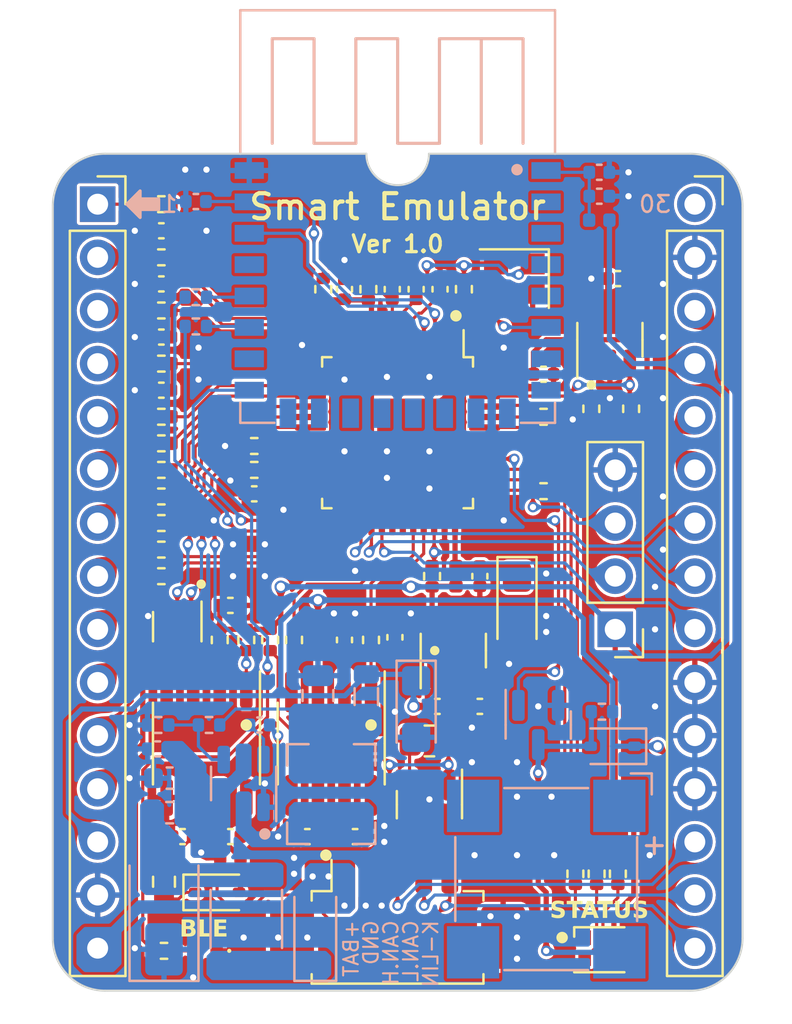
<source format=kicad_pcb>
(kicad_pcb (version 20221018) (generator pcbnew)
  (layers (0 "F.Cu" signal) (31 "B.Cu" signal) (34 "B.Paste" user) (35 "F.Paste" user) (36 "B.SilkS" user "B.Silkscreen") (37 "F.SilkS" user "F.Silkscreen") (38 "B.Mask" user) (39 "F.Mask" user) (44 "Edge.Cuts" user))
  (net 0 "")
  (net 1 "+5V")
  (net 2 "Net-(BZ1-+)")
  (net 5 "GND")
  (net 6 "/MCU/nRST")
  (net 7 "/MCU/OSC.OUT")
  (net 8 "/MCU/OSC.IN")
  (net 9 "+3.3V")
  (net 10 "/CAN1.L")
  (net 11 "/CAN1.H")
  (net 12 "/Bluetooth/BLE.VCC")
  (net 13 "/Bluetooth/BLE.RST")
  (net 14 "/LIN.BUS")
  (net 15 "Net-(D5-A)")
  (net 16 "Net-(D2-BK)")
  (net 17 "Net-(D2-GK)")
  (net 18 "Net-(D2-RK)")
  (net 19 "Net-(D4-A)")
  (net 20 "Net-(D5-K)")
  (net 21 "+BATT")
  (net 22 "+24V")
  (net 23 "/ADC.IN1")
  (net 24 "/ADC.IN2")
  (net 25 "/ADC.IN3")
  (net 26 "/ADC.IN4")
  (net 27 "/PWM.OUT1")
  (net 28 "/D.INPUT1")
  (net 29 "/D.INPUT2")
  (net 30 "/D.OUTPUT1")
  (net 31 "/D.OUTPUT2")
  (net 32 "/SPI.MISO")
  (net 33 "/SPI.MOSI")
  (net 34 "/SPI.CLK")
  (net 35 "/SPI.nCS")
  (net 36 "/IRQ.INT")
  (net 37 "/PWM.OUT2")
  (net 38 "/MCU/BUZZER")
  (net 39 "/MCU/BOOT1")
  (net 40 "/MCU/BOOT0")
  (net 41 "+3.3VA")
  (net 42 "/MCU/LED.R")
  (net 43 "/MCU/LED.G")
  (net 44 "/MCU/LED.B")
  (net 45 "/MCU/I2C.SCL")
  (net 46 "/MCU/I2C.SDA")
  (net 47 "/CAN.BUS_DRIVER/TXD")
  (net 48 "Net-(U3-TXD)")
  (net 49 "/CAN.BUS_DRIVER/RXD")
  (net 50 "Net-(U3-RXD)")
  (net 51 "Net-(U3-VIO)")
  (net 52 "Net-(U4-ALED)")
  (net 53 "/K_LINE_Driver/RXD")
  (net 54 "Net-(U6-RXD)")
  (net 55 "Net-(U6-~{SLP})")
  (net 56 "/K_LINE_Driver/INT.9141")
  (net 57 "/K_LINE_Driver/TXD")
  (net 58 "/Bluetooth/BLE.STAT")
  (net 59 "/Bluetooth/BLE.RXD")
  (net 60 "/Bluetooth/BLE.TXD")
  (net 61 "/MCU/SW.DIO")
  (net 62 "/MCU/SW.CLK")
  (net 63 "/Bluetooth/BLE.AT.MODE")
  (net 64 "Net-(U6-TXD)")
  (net 83 "/Power/PWR.SW")
  (net 84 "Net-(U7-CB)")
  (net 85 "Net-(U8-BP)")
  (net 86 "/Power/+5V.PRE")
  (net 87 "/Power/+24V.PRE")
  (net 88 "Net-(U7-FB)")
  (net 89 "/RCC.MOC")
  (net 90 "Net-(D7-K)")
  (net 91 "Net-(U3-VCC)")
  (net 92 "Net-(J1-Pin_1)")
  (net 93 "Net-(J1-Pin_2)")
  (net 94 "Net-(J1-Pin_3)")
  (net 95 "Net-(J1-Pin_4)")
  (net 96 "Net-(J1-Pin_5)")
  (net 97 "Net-(J1-Pin_6)")
  (net 98 "Net-(J1-Pin_7)")
  (net 99 "Net-(J1-Pin_8)")
  (net 100 "Net-(J1-Pin_9)")
  (net 101 "Net-(J1-Pin_10)")
  (net 102 "Net-(J1-Pin_11)")
  (net 103 "Net-(U4-RXD)")
  (net 104 "Net-(U4-TXD)")
  (footprint "Package_SO:SOIC-8_3.9x4.9mm_P1.27mm" (layer "F.Cu") (at 91.821 67.691 -90)
    (fp_text reference "U3" hide)
    (fp_text value "TJA1051T/3")
  )
  (footprint "Connector_Molex:Molex_PicoBlade_53261-0571_1x05-1MP_P1.25mm_Horizontal" (layer "F.Cu") (at 94.996 76.454)
    (fp_text reference "J3" hide)
    (fp_text value "Conn_01x05")
  )
  (footprint "Resistor_SMD:R_0402_1005Metric" (layer "F.Cu") (at 88.138 53.467)
    (fp_text reference "R1" hide)
    (fp_text value "10KΩ")
  )
  (footprint "Resistor_SMD:R_0402_1005Metric" (layer "F.Cu") (at 104.521 73.914 -90)
    (fp_text reference "R6" hide)
    (fp_text value "47Ω")
  )
  (footprint "Resistor_SMD:R_0402_1005Metric" (layer "F.Cu") (at 83.693 49.53 180)
    (fp_text reference "R30" hide)
    (fp_text value "100Ω")
  )
  (footprint "Package_TO_SOT_SMD:SOT-23" (layer "F.Cu") (at 96.52 70.612 -90)
    (fp_text reference "D3" hide)
    (fp_text value "NUP2105LT1G")
  )
  (footprint "Package_TO_SOT_SMD:SOT-23-5" (layer "F.Cu") (at 105.156 48.387 90)
    (fp_text reference "U2" hide)
    (fp_text value "FT24C64A")
  )
  (footprint "Resistor_SMD:R_0402_1005Metric" (layer "F.Cu") (at 88.138 54.61 180)
    (fp_text reference "R17" hide)
    (fp_text value "100Ω")
  )
  (footprint "Resistor_SMD:R_0402_1005Metric" (layer "F.Cu") (at 86.487 62.738 -90)
    (fp_text reference "R18" hide)
    (fp_text value "100Ω")
  )
  (footprint "Resistor_SMD:R_0402_1005Metric" (layer "F.Cu") (at 104.267 51.689 -90)
    (fp_text reference "R9" hide)
    (fp_text value "4.7KΩ")
  )
  (footprint "Capacitor_SMD:C_0402_1005Metric" (layer "F.Cu") (at 94.742 45.974 -90)
    (fp_text reference "C1" hide)
    (fp_text value "100nF 50V")
  )
  (footprint "Connector_PinSocket_2.54mm:PinSocket_1x15_P2.54mm_Vertical" (layer "F.Cu") (at 80.645 41.91)
    (fp_text reference "J1" hide)
    (fp_text value "Conn_01x15")
  )
  (footprint "Resistor_SMD:R_0402_1005Metric" (layer "F.Cu") (at 83.693 53.34 180)
    (fp_text reference "R26" hide)
    (fp_text value "100Ω")
  )
  (footprint "Crystal:Crystal_SMD_2520-4Pin_2.5x2.0mm" (layer "F.Cu") (at 100.584 45.466 180)
    (fp_text reference "Y1" hide)
    (fp_text value "16MHZ")
  )
  (footprint "Package_SO:SO-8_3.9x4.9mm_P1.27mm" (layer "F.Cu") (at 85.852 67.691 -90)
    (fp_text reference "U6" hide)
    (fp_text value "TJA1027T")
  )
  (footprint "Resistor_SMD:R_0402_1005Metric" (layer "F.Cu") (at 105.537 73.914 -90)
    (fp_text reference "R5" hide)
    (fp_text value "150Ω")
  )
  (footprint "Resistor_SMD:R_0402_1005Metric" (layer "F.Cu") (at 83.693 54.61 180)
    (fp_text reference "R27" hide)
    (fp_text value "100Ω")
  )
  (footprint "Capacitor_SMD:C_0402_1005Metric" (layer "F.Cu") (at 83.693 50.8)
    (fp_text reference "C30" hide)
    (fp_text value "10nF 50V")
  )
  (footprint "Capacitor_SMD:C_0402_1005Metric" (layer "F.Cu") (at 92.456 45.974 -90)
    (fp_text reference "C25" hide)
    (fp_text value "100nF 50V")
  )
  (footprint "Inductor_SMD:L_0402_1005Metric" (layer "F.Cu") (at 91.186 62.738 90)
    (fp_text reference "FB6" hide)
    (fp_text value "150Ω@100MHz")
  )
  (footprint "Resistor_SMD:R_0603_1608Metric" (layer "F.Cu") (at 83.82 74.295 -90)
    (fp_text reference "R20" hide)
    (fp_text value "1K")
  )
  (footprint "Capacitor_SMD:C_0402_1005Metric" (layer "F.Cu") (at 94.869 62.611 -90)
    (fp_text reference "C19" hide)
    (fp_text value "10uF 10V")
  )
  (footprint "Capacitor_SMD:C_0402_1005Metric" (layer "F.Cu") (at 83.693 43.18)
    (fp_text reference "C27" hide)
    (fp_text value "10nF 50V")
  )
  (footprint "Resistor_SMD:R_0402_1005Metric" (layer "F.Cu") (at 96.647 59.69 -90)
    (fp_text reference "R23" hide)
    (fp_text value "100KΩ")
  )
  (footprint "Resistor_SMD:R_0402_1005Metric" (layer "F.Cu") (at 83.693 58.42 180)
    (fp_text reference "R34" hide)
    (fp_text value "100Ω")
  )
  (footprint "Resistor_SMD:R_0402_1005Metric" (layer "F.Cu") (at 83.693 44.45 180)
    (fp_text reference "R32" hide)
    (fp_text value "100Ω")
  )
  (footprint "Inductor_SMD:L_0402_1005Metric" (layer "F.Cu") (at 97.79 59.69 -90)
    (fp_text reference "FB5" hide)
    (fp_text value "150Ω@100MHz")
  )
  (footprint "Capacitor_SMD:C_0402_1005Metric" (layer "F.Cu") (at 95.885 45.974 90)
    (fp_text reference "C2" hide)
    (fp_text value "12pF")
  )
  (footprint "Package_TO_SOT_SMD:SOT-353_SC-70-5" (layer "F.Cu") (at 84.455 62.103 -90)
    (fp_text reference "U5" hide)
    (fp_text value "74AHC1G08SE-7")
  )
  (footprint "Resistor_SMD:R_0402_1005Metric" (layer "F.Cu") (at 83.693 57.15 180)
    (fp_text reference "R29" hide)
    (fp_text value "100Ω")
  )
  (footprint "Resistor_SMD:R_0402_1005Metric" (layer "F.Cu") (at 101.981 55.626 180)
    (fp_text reference "R24" hide)
    (fp_text value "100KΩ")
  )
  (footprint "Resistor_SMD:R_0402_1005Metric" (layer "F.Cu") (at 101.981 52.07 180)
    (fp_text reference "R2" hide)
    (fp_text value "10KΩ")
  )
  (footprint "Capacitor_SMD:C_0402_1005Metric" (layer "F.Cu") (at 96.901 65.913)
    (fp_text reference "C15" hide)
    (fp_text value "100nF 50V")
  )
  (footprint "Capacitor_SMD:C_0402_1005Metric" (layer "F.Cu") (at 84.709 72.136)
    (fp_text reference "C12" hide)
    (fp_text value "220pF 50V")
  )
  (footprint "LED_SMD:LED_Cree-PLCC4_2x2mm_CW" (layer "F.Cu") (at 104.648 77.47)
    (fp_text reference "D2" hide)
    (fp_text value "RGB")
  )
  (footprint "Resistor_SMD:R_0402_1005Metric" (layer "F.Cu") (at 91.44 45.974 -90)
    (fp_text reference "R16" hide)
    (fp_text value "10KΩ")
  )
  (footprint "Capacitor_SMD:C_0402_1005Metric" (layer "F.Cu") (at 86.995 72.136)
    (fp_text reference "C13" hide)
    (fp_text value "100nF 50V")
  )
  (footprint "Package_TO_SOT_SMD:SOT-23-5" (layer "F.Cu") (at 97.663 63.246 90)
    (fp_text reference "U8" hide)
    (fp_text value "LP2985A-33DBVR")
  )
  (footprint "Capacitor_SMD:C_0402_1005Metric" (layer "F.Cu") (at 97.028 45.974 90)
    (fp_text reference "C3" hide)
    (fp_text value "12pF")
  )
  (footprint "Resistor_SMD:R_0402_1005Metric" (layer "F.Cu") (at 83.693 46.99 180)
    (fp_text reference "R31" hide)
    (fp_text value "100Ω")
  )
  (footprint "Capacitor_SMD:C_0402_1005Metric" (layer "F.Cu") (at 83.693 48.26)
    (fp_text reference "C29" hide)
    (fp_text value "10nF 50V")
  )
  (footprint "LED_SMD:LED_0402_1005Metric" (layer "F.Cu") (at 85.852 77.597 180)
    (fp_text reference "D4" hide)
    (fp_text value "LED.O")
  )
  (footprint "Resistor_SMD:R_0402_1005Metric" (layer "F.Cu") (at 83.82 77.597)
    (fp_text reference "R15" hide)
    (fp_text value "150Ω")
  )
  (footprint "Capacitor_Tantalum_SMD:CP_EIA-3216-10_Kemet-I" (layer "F.Cu") (at 100.711 61.087 -90)
    (fp_text reference "C26" hide)
    (fp_text value "10uF 10V")
  )
  (footprint "Resistor_SMD:R_0402_1005Metric" (layer "F.Cu") (at 103.505 73.914 -90)
    (fp_text reference "R7" hide)
    (fp_text value "47Ω")
  )
  (footprint "Resistor_SMD:R_0402_1005Metric" (layer "F.Cu") (at 88.9 62.738 -90)
    (fp_text reference "R13" hide)
    (fp_text value "100Ω")
  )
  (footprint "Capacitor_SMD:C_0402_1005Metric" (layer "F.Cu") (at 83.693 45.72)
    (fp_text reference "C28" hide)
    (fp_text value "10nF 50V")
  )
  (footprint "Capacitor_SMD:C_0402_1005Metric" (layer "F.Cu") (at 98.933 59.69 90)
    (fp_text reference "C23" hide)
    (fp_text value "100nF 50V")
  )
  (footprint "Capacitor_SMD:C_0402_1005Metric" (layer "F.Cu") (at 105.537 45.466 180)
    (fp_text reference "C4" hide)
    (fp_text value "100nF 50V")
  )
  (footprint "Resistor_SMD:R_0402_1005Metric" (layer "F.Cu") (at 93.599 45.974 -90)
    (fp_text reference "R4" hide)
    (fp_text value "10KΩ")
  )
  (footprint "Resistor_SMD:R_0805_2012Metric" (layer "F.Cu") (at 96.52 67.564)
    (fp_text reference "R14" hide)
    (fp_text value "120Ω")
  )
  (footprint "Capacitor_SMD:C_0402_1005Metric" (layer "F.Cu") (at 92.456 62.738 90)
    (fp_text reference "C5" hide)
    (fp_text value "100nF 50V")
  )
  (footprint "Inductor_SMD:L_0402_1005Metric" (layer "F.Cu") (at 86.995 73.152)
    (fp_text reference "FB2" hide)
    (fp_text value "150Ω@100MHz")
  )
  (footprint "Resistor_SMD:R_0402_1005Metric" (layer "F.Cu") (at 83.693 59.69 180)
    (fp_text reference "R35" hide)
    (fp_text value "100Ω")
  )
  (footprint "Connector_PinHeader_2.54mm:PinHeader_1x04_P2.54mm_Vertical" (layer "F.Cu") (at 105.41 62.23 180)
    (fp_text reference "J4" hide)
    (fp_text value "SW")
  )
  (footprint "Resistor_SMD:R_0402_1005Metric" (layer "F.Cu") (at 87.757 62.738 90)
    (fp_text reference "R19" hide)
    (fp_text value "4.7KΩ")
  )
  (footprint "Resistor_SMD:R_0402_1005Metric" (layer "F.Cu") (at 98.171 45.974 -90)
    (fp_text reference "R3" hide)
    (fp_text value "1MΩ")
  )
  (footprint "Resistor_SMD:R_0402_1005Metric" (layer "F.Cu") (at 106.172 51.689 -90)
    (fp_text reference "R10" hide)
    (fp_text value "4.7KΩ")
  )
  (footprint "Resistor_SMD:R_0402_1005Metric" (layer "F.Cu") (at 83.693 55.88 180)
    (fp_text reference "R28" hide)
    (fp_text value "100Ω")
  )
  (footprint "Package_QFP:LQFP-48_7x7mm_P0.5mm" (layer "F.Cu") (at 94.996 52.832 -90)
    (fp_text reference "U1" hide)
    (fp_text value "STM32F103CBT6")
  )
  (footprint "Capacitor_SMD:C_0402_1005Metric" (layer "F.Cu") (at 90.678 72.136 180)
    (fp_text reference "C6" hide)
    (fp_text value "47pF 50V")
  )
  (footprint "Resistor_SMD:R_0402_1005Metric" (layer "F.Cu") (at 83.693 41.91 180)
    (fp_text reference "R33" hide)
    (fp_text value "100Ω")
  )
  (footprint "Resistor_SMD:R_0402_1005Metric" (layer "F.Cu") (at 83.693 52.07 180)
    (fp_text reference "R25" hide)
    (fp_text value "100Ω")
  )
  (footprint "Connector_PinSocket_2.54mm:PinSocket_1x15_P2.54mm_Vertical" (layer "F.Cu") (at 109.22 41.91)
    (fp_text reference "J2" hide)
    (fp_text value "Conn_01x15")
  )
  (footprint "Capacitor_SMD:C_0402_1005Metric" (layer "F.Cu") (at 88.138 55.753)
    (fp_text reference "C24" hide)
    (fp_text value "100nF 50V")
  )
  (footprint "Capacitor_SMD:C_0402_1005Metric" (layer "F.Cu") (at 98.933 65.913 180)
    (fp_text reference "C18" hide)
    (fp_text value "10nF 50V")
  )
  (footprint "Capacitor_SMD:C_0402_1005Metric" (layer "F.Cu") (at 86.995 61.087 180)
    (fp_text reference "C11" hide)
    (fp_text value "100nF 50V")
  )
  (footprint "Resistor_SMD:R_0402_1005Metric" (layer "F.Cu") (at 90.043 62.738 -90)
    (fp_text reference "R12" hide)
    (fp_text value "100Ω")
  )
  (footprint "Diode_SMD:D_SOD-323" (layer "F.Cu") (at 86.36 74.803)
    (fp_text reference "D5" hide)
    (fp_text value "B0530WS")
  )
  (footprint "Capacitor_SMD:C_0402_1005Metric" (layer "F.Cu") (at 92.964 72.136)
    (fp_text reference "C7" hide)
    (fp_text value "47pF 50V")
  )
  (footprint "Resistor_SMD:R_0402_1005Metric" (layer "F.Cu") (at 93.726 62.738 -90)
    (fp_text reference "R11" hide)
    (fp_text value "100Ω")
  )
  (footprint "Capacitor_SMD:C_0402_1005Metric" (layer "F.Cu") (at 101.981 50.038 180)
    (fp_text reference "C22" hide)
    (fp_text value "100nF 50V")
  )
  (footprint "Capacitor_SMD:C_0805_2012Metric" (layer "B.Cu") (at 91.186 65.395 90)
    (fp_text reference "C20" hide)
    (fp_text value "22uF 10V")
  )
  (footprint "Capacitor_Tantalum_SMD:CP_EIA-3216-10_Kemet-I" (layer "B.Cu") (at 95.885 66.04 -90)
    (fp_text reference "C21" hide)
    (fp_text value "22uF 16V")
  )
  (footprint "Fuse:Fuse_1812_4532Metric" (layer "B.Cu") (at 87.757 76.073 90)
    (fp_text reference "F1" hide)
    (fp_text value "1A")
  )
  (footprint "Resistor_SMD:R_0402_1005Metric" (layer "B.Cu") (at 83.54 66.802 180)
    (fp_text reference "R22" hide)
    (fp_text value "13.7KΩ")
  )
  (footprint "Package_TO_SOT_SMD:SOT-23" (layer "B.Cu") (at 101.727 66.802 -90)
    (fp_text reference "Q1" hide)
    (fp_text value "2N7002K")
  )
  (footprint "Resistor_SMD:R_0402_1005Metric" (layer "B.Cu") (at 104.775 66.167 180)
    (fp_text reference "R8" hide)
    (fp_text value "1KΩ")
  )
  (footprint "Capacitor_SMD:C_0402_1005Metric" (layer "B.Cu") (at 83.52 67.945 180)
    (fp_text reference "C16" hide)
    (fp_text value "100nF 50V")
  )
  (footprint "Capacitor_SMD:C_0402_1005Metric" (layer "B.Cu") (at 85.344 41.783)
    (fp_text reference "C10" hide)
    (fp_text value "100nF 50V")
  )
  (footprint "Diode_SMD:D_SOD-123" (layer "B.Cu") (at 91.059 76.673 90)
    (fp_text reference "D7" hide)
    (fp_text value "1N4007W")
  )
  (footprint "Resistor_SMD:R_0402_1005Metric" (layer "B.Cu") (at 85.344 46.355 180)
    (fp_text reference "R36" hide)
    (fp_text value "100Ω")
  )
  (footprint "Capacitor_SMD:C_0603_1608Metric" (layer "B.Cu") (at 84.09 69.342 180)
    (fp_text reference "C14" hide)
    (fp_text value "4.7uF 35V")
  )
  (footprint "Diode_SMD:D_SOD-323" (layer "B.Cu") (at 105.283 67.818 180)
    (fp_text reference "D1" hide)
    (fp_text value "B0530WS")
  )
  (footprint "Resistor_SMD:R_0402_1005Metric" (layer "B.Cu") (at 85.976 66.802 180)
    (fp_text reference "R21" hide)
    (fp_text value "100KΩ")
  )
  (footprint "Inductor_SMD:L_0402_1005Metric" (layer "B.Cu") (at 104.648 42.672)
    (fp_text reference "FB1" hide)
    (fp_text value "150Ω@100MHz")
  )
  (footprint "Capacitor_SMD:C_0402_1005Metric" (layer "B.Cu") (at 104.648 40.386)
    (fp_text reference "C8" hide)
    (fp_text value "100nF 50V")
  )
  (footprint "Inductor_SMD:L_Bourns-SRN4018" (layer "B.Cu") (at 91.821 70.104 90)
    (fp_text reference "L1" hide)
    (fp_text value "10uH")
  )
  (footprint "JDY-08:JDY-08" (layer "B.Cu") (at 95 42.5 180)
    (fp_text reference "U4" hide)
    (fp_text value "YM23")
  )
  (footprint "Capacitor_SMD:C_0402_1005Metric" (layer "B.Cu") (at 88.392 66.802 180)
    (fp_text reference "C17" hide)
    (fp_text value "100nF 50V")
  )
  (footprint "Package_TO_SOT_SMD:SOT-23-6" (layer "B.Cu") (at 87.63 69.596 90)
    (fp_text reference "U7" hide)
    (fp_text value "LMR51420XDDCR")
  )
  (footprint "Buzzer_Beeper:MagneticBuzzer_CUI_CMT-8504-100-SMT" (layer "B.Cu") (at 102.108 74.168 180)
    (fp_text reference "BZ1" hide)
    (fp_text value "Buzzer")
  )
  (footprint "Diode_SMD:D_SMA" (layer "B.Cu") (at 83.82 75.523 90)
    (fp_text reference "D6" hide)
    (fp_text value "SMAJ30CA")
  )
  (footprint "Capacitor_SMD:C_0402_1005Metric" (layer "B.Cu") (at 104.648 41.529)
    (fp_text reference "C9" hide)
    (fp_text value "10uF 10V")
  )
  (footprint "Inductor_SMD:L_0805_2012Metric" (layer "B.Cu") (at 93.5005 65.445 90)
    (fp_text reference "FB4" hide)
    (fp_text value "300Ω@100MHz")
  )
  (footprint "Inductor_SMD:L_0603_1608Metric" (layer "B.Cu") (at 84.09 70.993)
    (fp_text reference "FB3" hide)
    (fp_text value "300Ω@100MHz")
  )
  (footprint "Resistor_SMD:R_0402_1005Metric" (layer "B.Cu") (at 85.344 47.752 180)
    (fp_text reference "R37" hide)
    (fp_text value "100Ω")
  )
  (gr_circle (center 88.646 72.009) (end 88.846 72.009) (stroke (width 0.15)) (fill solid) (layer "B.SilkS"))
  (gr_poly (pts (xy 82.042 41.91) (xy 82.677 41.275) (xy 82.677 41.656) (xy 83.566 41.656) (xy 83.566 42.164) (xy 82.677 42.164) (xy 82.677 42.545)) (stroke (width 0.15)) (fill solid) (layer "B.SilkS"))
  (gr_circle (center 100.711 40.259) (end 100.911 40.259) (stroke (width 0.15)) (fill solid) (layer "B.SilkS"))
  (gr_circle (center 93.726 66.802) (end 93.926 66.802) (stroke (width 0.15)) (fill solid) (layer "F.SilkS"))
  (gr_circle (center 85.598 60.071) (end 85.748 60.071) (stroke (width 0.15)) (fill solid) (layer "F.SilkS"))
  (gr_circle (center 97.79 47.244) (end 97.99 47.244) (stroke (width 0.15)) (fill solid) (layer "F.SilkS"))
  (gr_circle (center 96.774 63.246) (end 96.924 63.246) (stroke (width 0.15)) (fill solid) (layer "F.SilkS"))
  (gr_circle (center 87.757 66.802) (end 87.957 66.802) (stroke (width 0.15)) (fill solid) (layer "F.SilkS"))
  (gr_circle (center 102.87 76.962) (end 103.07 76.962) (stroke (width 0.15)) (fill solid) (layer "F.SilkS"))
  (gr_circle (center 91.567 73.025) (end 91.767 73.025) (stroke (width 0.15)) (fill solid) (layer "F.SilkS"))
  (gr_circle (center 104.267 50.546) (end 104.417 50.546) (stroke (width 0.15)) (fill solid) (layer "F.SilkS"))
  (gr_arc (start 111.5 77) (mid 110.767767 78.767767) (end 109 79.5) (stroke (width 0.1)) (layer "Edge.Cuts"))
  (gr_arc (start 109 39.5) (mid 110.767767 40.232233) (end 111.5 42) (stroke (width 0.1)) (layer "Edge.Cuts"))
  (gr_line (start 111.5 42) (end 111.5 77) (stroke (width 0.1)) (layer "Edge.Cuts"))
  (gr_line (start 93.5 39.5) (end 81 39.5) (stroke (width 0.1)) (layer "Edge.Cuts"))
  (gr_arc (start 78.5 42) (mid 79.232233 40.232233) (end 81 39.5) (stroke (width 0.1)) (layer "Edge.Cuts"))
  (gr_line (start 109 79.5) (end 81 79.5) (stroke (width 0.1)) (layer "Edge.Cuts"))
  (gr_line (start 78.5 42) (end 78.5 77) (stroke (width 0.1)) (layer "Edge.Cuts"))
  (gr_arc (start 96.5 39.5) (mid 95 41) (end 93.5 39.5) (stroke (width 0.1)) (layer "Edge.Cuts"))
  (gr_line (start 96.5 39.5) (end 109 39.5) (stroke (width 0.1)) (layer "Edge.Cuts"))
  (gr_arc (start 81 79.5) (mid 79.232233 78.767767) (end 78.5 77) (stroke (width 0.1)) (layer "Edge.Cuts"))
  (gr_text "1" (at 84.074 41.91) (layer "B.SilkS") (effects (font (size 0.8 0.8) (thickness 0.12)) (justify mirror)))
  (gr_text "CAN.L" (at 95.631 76.073 90) (layer "B.SilkS") (effects (font (size 0.7 0.7) (thickness 0.1)) (justify left mirror)))
  (gr_text "CAN.H" (at 94.6785 76.073 90) (layer "B.SilkS") (effects (font (size 0.7 0.7) (thickness 0.1)) (justify left mirror)))
  (gr_text "+BAT" (at 92.7735 76.073 90) (layer "B.SilkS") (effects (font (size 0.7 0.7) (thickness 0.1)) (justify left mirror)))
  (gr_text "K-LIN" (at 96.5835 76.073 90) (layer "B.SilkS") (effects (font (size 0.7 0.7) (thickness 0.1)) (justify left mirror)))
  (gr_text "30" (at 107.315 41.91) (layer "B.SilkS") (effects (font (size 0.8 0.8) (thickness 0.12)) (justify mirror)))
  (gr_text "GND" (at 93.726 76.073 90) (layer "B.SilkS") (effects (font (size 0.7 0.7) (thickness 0.1)) (justify left mirror)))
  (gr_text "BLE" (at 85.725 76.581) (layer "F.SilkS") (effects (font (size 0.8 0.8) (thickness 0.16) bold)))
  (gr_text "Smart Emulator" (at 94.996 42.037) (layer "F.SilkS") (effects (font (size 1.2 1.2) (thickness 0.2) bold)))
  (gr_text "STATUS" (at 104.648 75.692) (layer "F.SilkS") (effects (font (size 0.8 0.8) (thickness 0.16) bold)))
  (gr_text "Ver 1.0" (at 94.996 43.815) (layer "F.SilkS") (effects (font (size 0.8 0.8) (thickness 0.16) bold)))
  (segment (start 108.204 68.58) (end 107.442 67.818) (width 0.25) (layer "F.Cu") (net 1))
  (segment (start 110.744 48.514) (end 110.744 67.945) (width 0.25) (layer "F.Cu") (net 1))
  (segment (start 98.613 63.688) (end 98.613 64.3835) (width 0.25) (layer "F.Cu") (net 1))
  (segment (start 96.421 65.405) (end 96.421 65.913) (width 0.25) (layer "F.Cu") (net 1))
  (segment (start 95.758 65.913) (end 96.421 65.913) (width 0.25) (layer "F.Cu") (net 1))
  (segment (start 96.713 65.113) (end 96.421 65.405) (width 0.25) (layer "F.Cu") (net 1))
  (segment (start 96.713 64.3835) (end 96.713 63.688) (width 0.25) (layer "F.Cu") (net 1))
  (segment (start 110.109 68.58) (end 108.204 68.58) (width 0.25) (layer "F.Cu") (net 1))
  (segment (start 96.713 63.688) (end 97.155 63.246) (width 0.25) (layer "F.Cu") (net 1))
  (segment (start 109.22 46.99) (end 110.744 48.514) (width 0.25) (layer "F.Cu") (net 1))
  (segment (start 98.171 63.246) (end 98.613 63.688) (width 0.25) (layer "F.Cu") (net 1))
  (segment (start 96.713 64.3835) (end 96.713 65.113) (width 0.25) (layer "F.Cu") (net 1))
  (segment (start 91.186 62.253) (end 91.186 60.833) (width 0.25) (layer "F.Cu") (net 1))
  (segment (start 97.155 63.246) (end 98.171 63.246) (width 0.25) (layer "F.Cu") (net 1))
  (segment (start 110.744 67.945) (end 110.109 68.58) (width 0.25) (layer "F.Cu") (net 1))
  (via (at 95.758 65.913) (size 0.6) (drill 0.4) (layers "F.Cu" "B.Cu") (net 1))
  (via (at 107.442 67.818) (size 0.6) (drill 0.4) (layers "F.Cu" "B.Cu") (net 1))
  (via (at 91.186 60.833) (size 0.6) (drill 0.4) (layers "F.Cu" "B.Cu") (net 1))
  (segment (start 89.408 65.024) (end 89.4715 65.0875) (width 0.25) (layer "B.Cu") (net 1))
  (segment (start 89.408 65.405) (end 89.789 65.405) (width 0.25) (layer "B.Cu") (net 1))
  (segment (start 89.408 65.405) (end 89.408 65.151) (width 0.25) (layer "B.Cu") (net 1))
  (segment (start 105.285 70.345) (end 105.608 70.668) (width 0.25) (layer "B.Cu") (net 1))
  (segment (start 92.478 65.405) (end 93.5005 64.3825) (width 0.25) (layer "B.Cu") (net 1))
  (segment (start 95.758 64.817) (end 95.758 65.913) (width 0.25) (layer "B.Cu") (net 1))
  (segment (start 80.645 72.39) (end 79.248 70.993) (width 0.25) (layer "B.Cu") (net 1))
  (segment (start 93.5005 64.3825) (end 95.5775 64.3825) (width 0.25) (layer "B.Cu") (net 1))
  (segment (start 79.883 66.04) (end 82.296 66.04) (width 0.25) (layer "B.Cu") (net 1))
  (segment (start 89.408 65.151) (end 89.4715 65.0875) (width 0.25) (layer "B.Cu") (net 1))
  (segment (start 89.027 65.405) (end 88.9 65.405) (width 0.25) (layer "B.Cu") (net 1))
  (segment (start 88.9 65.405) (end 89.408 65.405) (width 0.25) (layer "B.Cu") (net 1))
  (segment (start 82.931 65.405) (end 88.9 65.405) (width 0.25) (layer "B.Cu") (net 1))
  (segment (start 105.285 67.818) (end 105.285 70.345) (width 0.25) (layer "B.Cu") (net 1))
  (segment (start 89.408 61.849) (end 89.408 65.024) (width 0.25) (layer "B.Cu") (net 1))
  (segment (start 79.248 70.993) (end 79.248 66.675) (width 0.25) (layer "B.Cu") (net 1))
  (segment (start 91.186 60.833) (end 90.424 60.833) (width 0.25) (layer "B.Cu") (net 1))
  (segment (start 90.424 60.833) (end 89.408 61.849) (width 0.25) (layer "B.Cu") (net 1))
  (segment (start 105.285 64.772) (end 105.285 66.167) (width 0.25) (layer "B.Cu") (net 1))
  (segment (start 91.186 60.833) (end 102.997 60.833) (width 0.25) (layer "B.Cu") (net 1))
  (segment (start 95.5775 64.3825) (end 95.885 64.69) (width 0.25) (layer "B.Cu") (net 1))
  (segment (start 95.885 64.69) (end 95.758 64.817) (width 0.25) (layer "B.Cu") (net 1))
  (segment (start 89.789 65.405) (end 92.478 65.405) (width 0.25) (layer "B.Cu") (net 1))
  (segment (start 102.997 60.833) (end 103.886 61.722) (width 0.25) (layer "B.Cu") (net 1))
  (segment (start 103.886 61.722) (end 103.886 63.373) (width 0.25) (layer "B.Cu") (net 1))
  (segment (start 103.886 63.373) (end 105.285 64.772) (width 0.25) (layer "B.Cu") (net 1))
  (segment (start 89.4715 65.0875) (end 89.789 65.405) (width 0.25) (layer "B.Cu") (net 1))
  (segment (start 89.408 65.024) (end 89.027 65.405) (width 0.25) (layer "B.Cu") (net 1))
  (segment (start 107.442 67.818) (end 106.333 67.818) (width 0.25) (layer "B.Cu") (net 1))
  (segment (start 105.285 66.167) (end 105.285 67.818) (width 0.25) (layer "B.Cu") (net 1))
  (segment (start 106.333 67.818) (end 105.285 67.818) (width 0.25) (layer "B.Cu") (net 1))
  (segment (start 82.296 66.04) (end 82.931 65.405) (width 0.25) (layer "B.Cu") (net 1))
  (segment (start 79.248 66.675) (end 79.883 66.04) (width 0.25) (layer "B.Cu") (net 1))
  (segment (start 101.727 74.422) (end 101.727 69.088) (width 0.25) (layer "F.Cu") (net 2))
  (segment (start 102.108 74.803) (end 101.727 74.422) (width 0.25) (layer "F.Cu") (net 2))
  (segment (start 102.108 77.597) (end 102.108 74.803) (width 0.25) (layer "F.Cu") (net 2))
  (via (at 101.727 69.088) (size 0.5) (drill 0.3) (layers "F.Cu" "B.Cu") (net 2))
  (via (at 102.108 77.597) (size 0.5) (drill 0.3) (layers "F.Cu" "B.Cu") (net 2))
  (segment (start 101.8055 67.818) (end 101.727 67.7395) (width 0.25) (layer "B.Cu") (net 2))
  (segment (start 104.265 67.786) (end 104.233 67.818) (width 0.25) (layer "B.Cu") (net 2))
  (segment (start 102.108 77.597) (end 102.179 77.668) (width 0.25) (layer "B.Cu") (net 2))
  (segment (start 102.179 77.668) (end 105.608 77.668) (width 0.25) (layer "B.Cu") (net 2))
  (segment (start 104.233 67.818) (end 101.8055 67.818) (width 0.25) (layer "B.Cu") (net 2))
  (segment (start 101.727 67.7395) (end 101.727 69.088) (width 0.25) (layer "B.Cu") (net 2))
  (segment (start 104.265 66.167) (end 104.265 67.786) (width 0.25) (layer "B.Cu") (net 2))
  (segment (start 90.8335 55.082) (end 91.57308 55.082) (width 0.15) (layer "F.Cu") (net 5))
  (segment (start 91.57308 55.082) (end 92.456 54.19908) (width 0.15) (layer "F.Cu") (net 5))
  (segment (start 92.456 54.19908) (end 92.456 53.721) (width 0.15) (layer "F.Cu") (net 5))
  (via (at 101.727 65.913) (size 0.5) (drill 0.3) (layers "F.Cu" "B.Cu") (net 5))
  (via (at 93.472 75.438) (size 0.5) (drill 0.3) (layers "F.Cu" "B.Cu") (net 5))
  (via (at 82.169 69.342) (size 0.5) (drill 0.3) (layers "F.Cu" "B.Cu") (net 5))
  (via (at 102.108 59.563) (size 0.5) (drill 0.3) (layers "F.Cu" "B.Cu") (net 5))
  (via (at 94.361 72.39) (size 0.5) (drill 0.3) (layers "F.Cu" "B.Cu") (net 5))
  (via (at 88.646 58.166) (size 0.5) (drill 0.3) (layers "F.Cu" "B.Cu") (net 5))
  (via (at 90.424 48.641) (size 0.5) (drill 0.3) (layers "F.Cu" "B.Cu") (net 5))
  (via (at 106.045 41.529) (size 0.5) (drill 0.3) (layers "F.Cu" "B.Cu") (net 5))
  (via (at 82.423 48.26) (size 0.5) (drill 0.3) (layers "F.Cu" "B.Cu") (net 5))
  (via (at 94.488 50.165) (size 0.5) (drill 0.3) (layers "F.Cu" "B.Cu") (net 5))
  (via (at 103.378 52.197) (size 0.5) (drill 0.3) (layers "F.Cu" "B.Cu") (net 5))
  (via (at 102.108 61.595) (size 0.5) (drill 0.3) (layers "F.Cu" "B.Cu") (net 5))
  (via (at 98.552 68.58) (size 0.5) (drill 0.3) (layers "F.Cu" "B.Cu") (net 5))
  (via (at 99.441 75.946) (size 0.5) (drill 0.3) (layers "F.Cu" "B.Cu") (net 5))
  (via (at 100.711 73.025) (size 0.5) (drill 0.3) (layers "F.Cu" "B.Cu") (net 5))
  (via (at 83.058 61.595) (size 0.5) (drill 0.3) (layers "F.Cu" "B.Cu") (net 5))
  (via (at 100.711 70.231) (size 0.5) (drill 0.3) (layers "F.Cu" "B.Cu") (net 5))
  (via (at 90.043 73.914) (size 0.5) (drill 0.3) (layers "F.Cu" "B.Cu") (net 5))
  (via (at 96.52 55.499) (size 0.5) (drill 0.3) (layers "F.Cu" "B.Cu") (net 5))
  (via (at 102.108 62.357) (size 0.5) (drill 0.3) (layers "F.Cu" "B.Cu") (net 5))
  (via (at 98.552 66.929) (size 0.5) (drill 0.3) (layers "F.Cu" "B.Cu") (net 5))
  (via (at 107.696 45.72) (size 0.5) (drill 0.3) (layers "F.Cu" "B.Cu") (net 5))
  (via (at 92.456 50.292) (size 0.5) (drill 0.3) (layers "F.Cu" "B.Cu") (net 5))
  (via (at 107.696 51.181) (size 0.5) (drill 0.3) (layers "F.Cu" "B.Cu") (net 5))
  (via (at 94.488 54.991) (size 0.5) (drill 0.3) (layers "F.Cu" "B.Cu") (net 5))
  (via (at 85.852 40.259) (size 0.5) (drill 0.3) (layers "F.Cu" "B.Cu") (net 5))
  (via (at 92.964 59.436) (size 0.5) (drill 0.3) (layers "F.Cu" "B.Cu") (net 5))
  (via (at 92.456 44.577) (size 0.5) (drill 0.3) (layers "F.Cu" "B.Cu") (net 5))
  (via (at 90.043 73.152) (size 0.5) (drill 0.3) (layers "F.Cu" "B.Cu") (net 5))
  (via (at 82.169 66.802) (size 0.5) (drill 0.3) (layers "F.Cu" "B.Cu") (net 5))
  (via (at 85.217 78.867) (size 0.5) (drill 0.3) (layers "F.Cu" "B.Cu") (net 5))
  (via (at 94.869 66.167) (size 0.5) (drill 0.3) (layers "F.Cu" "B.Cu") (net 5))
  (via (at 96.52 50.165) (size 0.5) (drill 0.3) (layers "F.Cu" "B.Cu") (net 5))
  (via (at 107.315 65.913) (size 0.5) (drill 0.3) (layers "F.Cu" "B.Cu") (net 5))
  (via (at 86.995 55.118) (size 0.5) (drill 0.3) (layers "F.Cu" "B.Cu") (net 5))
  (via (at 92.456 53.721) (size 0.5) (drill 0.3) (layers "F.Cu" "B.Cu") (net 5))
  (via (at 102.489 73.025) (size 0.5) (drill 0.3) (layers "F.Cu" "B.Cu") (net 5))
  (via (at 102.362 70.231) (size 0.5) (drill 0.3) (layers "F.Cu" "B.Cu") (net 5))
  (via (at 107.696 58.42) (size 0.5) (drill 0.3) (layers "F.Cu" "B.Cu") (net 5))
  (via (at 90.678 76.962) (size 0.5) (drill 0.3) (layers "F.Cu" "B.Cu") (net 5))
  (via (at 106.045 40.386) (size 0.5) (drill 0.3) (layers "F.Cu" "B.Cu") (net 5))
  (via (at 107.315 62.23) (size 0.5) (drill 0.3) (layers "F.Cu" "B.Cu") (net 5))
  (via (at 85.471 48.768) (size 0.5) (drill 0.3) (layers "F.Cu" "B.Cu") (net 5))
  (via (at 89.535 56.515) (size 0.5) (drill 0.3) (layers "F.Cu" "B.Cu") (net 5))
  (via (at 98.679 73.025) (size 0.5) (drill 0.3) (layers "F.Cu" "B.Cu") (net 5))
  (via (at 82.423 43.18) (size 0.5) (drill 0.3) (layers "F.Cu" "B.Cu") (net 5))
  (via (at 84.836 40.259) (size 0.5) (drill 0.3) (layers "F.Cu" "B.Cu") (net 5))
  (via (at 87.122 59.69) (size 0.5) (drill 0.3) (layers "F.Cu" "B.Cu") (net 5))
  (via (at 107.696 48.26) (size 0.5) (drill 0.3) (layers "F.Cu" "B.Cu") (net 5))
  (via (at 87.63 76.962) (size 0.5) (drill 0.3) (layers "F.Cu" "B.Cu") (net 5))
  (via (at 89.281 76.962) (size 0.5) (drill 0.3) (layers "F.Cu" "B.Cu") (net 5))
  (via (at 94.361 71.628) (size 0.5) (drill 0.3) (layers "F.Cu" "B.Cu") (net 5))
  (via (at 100.33 63.881) (size 0.5) (drill 0.3) (layers "F.Cu" "B.Cu") (net 5))
  (via (at 88.646 59.69) (size 0.5) (drill 0.3) (layers "F.Cu" "B.Cu") (net 5))
  (via (at 96.52 70.358) (size 0.5) (drill 0.3) (layers "F.Cu" "B.Cu") (net 5))
  (via (at 104.267 45.466) (size 0.5) (drill 0.3) (layers "F.Cu" "B.Cu") (net 5))
  (via (at 100.711 75.946) (size 0.5) (drill 0.3) (layers "F.Cu" "B.Cu") (net 5))
  (via (at 100.711 68.58) (size 0.5) (drill 0.3) (layers "F.Cu" "B.Cu") (net 5))
  (via (at 82.423 50.8) (size 0.5) (drill 0.3) (layers "F.Cu" "B.Cu") (net 5))
  (via (at 100.076 57.023) (size 0.5) (drill 0.3) (layers "F.Cu" "B.Cu") (net 5))
  (via (at 107.061 73.025) (size 0.5) (drill 0.3) (layers "F.Cu" "B.Cu") (net 5))
  (via (at 85.471 50.292) (size 0.5) (drill 0.3) (layers "F.Cu" "B.Cu") (net 5))
  (via (at 105.156 51.181) (size 0.5) (drill 0.3) (layers "F.Cu" "B.Cu") (net 5))
  (via (at 86.741 53.467) (size 0.5) (drill 0.3) (layers "F.Cu" "B.Cu") (net 5))
  (via (at 107.315 60.198) (size 0.5) (drill 0.3) (layers "F.Cu" "B.Cu") (net 5))
  (via (at 100.711 76.962) (size 0.5) (drill 0.3) (layers "F.Cu" "B.Cu") (net 5))
  (via (at 94.234 75.438) (size 0.5) (drill 0.3) (layers "F.Cu" "B.Cu") (net 5))
  (via (at 82.423 77.47) (size 0.5) (drill 0.3) (layers "F.Cu" "B.Cu") (net 5))
  (via (at 95.631 61.468) (size 0.5) (drill 0.3) (layers "F.Cu" "B.Cu") (net 5))
  (via (at 94.488 53.721) (size 0.5) (drill 0.3) (layers "F.Cu" "B.Cu") (net 5))
  (via (at 91.948 61.468) (size 0.5) (drill 0.3) (layers "F.Cu" "B.Cu") (net 5))
  (via (at 88.646 69.596) (size 0.5) (drill 0.3) (layers "F.Cu" "B.Cu") (net 5))
  (via (at 92.964 61.468) (size 0.5) (drill 0.3) (layers "F.Cu" "B.Cu") (net 5))
  (via (at 96.52 53.721) (size 0.5) (drill 0.3) (layers "F.Cu" "B.Cu") (net 5))
  (via (at 85.852 43.18) (size 0.5) (drill 0.3) (layers "F.Cu" "B.Cu") (net 5))
  (via (at 87.122 58.166) (size 0.5) (drill 0.3) (layers "F.Cu" "B.Cu") (net 5))
  (via (at 100.711 77.978) (size 0.5) (drill 0.3) (layers "F.Cu" "B.Cu") (net 5))
  (via (at 107.696 55.88) (size 0.5) (drill 0.3) (layers "F.Cu" "B.Cu") (net 5))
  (via (at 100.076 48.768) (size 0.5) (drill 0.3) (layers "F.Cu" "B.Cu") (net 5))
  (via (at 82.423 45.72) (size 0.5) (drill 0.3) (layers "F.Cu" "B.Cu") (net 5))
  (via (at 86.203994 57.023) (size 0.5) (drill 0.3) (layers "F.Cu" "B.Cu") (net 5))
  (segment (start 94.742 46.454) (end 94.589 46.454) (width 0.15) (layer "F.Cu") (net 6))
  (segment (start 94.589 46.454) (end 93.599 45.464) (width 0.15) (layer "F.Cu") (net 6))
  (segment (start 94.746 48.6695) (end 94.746 46.458) (width 0.15) (layer "F.Cu") (net 6))
  (segment (start 94.746 46.458) (end 94.742 46.454) (width 0.15) (layer "F.Cu") (net 6))
  (segment (start 95.246 48.6695) (end 95.246 47.498) (width 0.15) (layer "F.Cu") (net 7))
  (segment (start 101.305116 44.766) (end 100.794453 45.276663) (width 0.15) (layer "F.Cu") (net 7))
  (segment (start 95.25 47.117) (end 95.25 47.494) (width 0.15) (layer "F.Cu") (net 7))
  (segment (start 101.459 44.766) (end 101.305116 44.766) (width 0.15) (layer "F.Cu") (net 7))
  (segment (start 98.171 45.464) (end 98.171 44.831) (width 0.15) (layer "F.Cu") (net 7))
  (segment (start 95.885 46.454) (end 96.42 45.919) (width 0.15) (layer "F.Cu") (net 7))
  (segment (start 95.25 47.494) (end 95.246 47.498) (width 0.15) (layer "F.Cu") (net 7))
  (segment (start 96.42 45.919) (end 96.42 44.858) (width 0.15) (layer "F.Cu") (net 7))
  (segment (start 95.246 47.093) (end 95.885 46.454) (width 0.15) (layer "F.Cu") (net 7))
  (segment (start 96.42 44.858) (end 96.393 44.831) (width 0.15) (layer "F.Cu") (net 7))
  (segment (start 95.246 47.498) (end 95.246 47.093) (width 0.15) (layer "F.Cu") (net 7))
  (via (at 100.794453 45.276663) (size 0.5) (drill 0.3) (layers "F.Cu" "B.Cu") (net 7))
  (via (at 98.171 44.831) (size 0.5) (drill 0.3) (layers "F.Cu" "B.Cu") (net 7))
  (via (at 96.393 44.831) (size 0.5) (drill 0.3) (layers "F.Cu" "B.Cu") (net 7))
  (segment (start 99.822 44.831) (end 98.171 44.831) (width 0.15) (layer "B.Cu") (net 7))
  (segment (start 100.794453 45.276663) (end 100.267663 45.276663) (width 0.15) (layer "B.Cu") (net 7))
  (segment (start 100.267663 45.276663) (end 99.822 44.831) (width 0.15) (layer "B.Cu") (net 7))
  (segment (start 96.393 44.831) (end 98.171 44.831) (width 0.15) (layer "B.Cu") (net 7))
  (segment (start 95.746 47.383) (end 96.012 47.117) (width 0.15) (layer "F.Cu") (net 8))
  (segment (start 98.171 46.484) (end 99.391 46.484) (width 0.15) (layer "F.Cu") (net 8))
  (segment (start 96.012 47.117) (end 96.139 47.117) (width 0.15) (layer "F.Cu") (net 8))
  (segment (start 98.141 46.454) (end 98.171 46.484) (width 0.15) (layer "F.Cu") (net 8))
  (segment (start 97.028 46.454) (end 98.141 46.454) (width 0.15) (layer "F.Cu") (net 8))
  (segment (start 95.746 48.6695) (end 95.746 47.383) (width 0.15) (layer "F.Cu") (net 8))
  (segment (start 99.391 46.484) (end 99.709 46.166) (width 0.15) (layer "F.Cu") (net 8))
  (segment (start 96.802 46.454) (end 97.028 46.454) (width 0.15) (layer "F.Cu") (net 8))
  (segment (start 96.139 47.117) (end 96.802 46.454) (width 0.15) (layer "F.Cu") (net 8))
  (segment (start 87.757 62.228) (end 86.487 62.228) (width 0.25) (layer "F.Cu") (net 9))
  (segment (start 105.41 69.977) (end 105.41 62.23) (width 0.25) (layer "F.Cu") (net 9))
  (segment (start 97.79 60.175) (end 96.672 60.175) (width 0.25) (layer "F.Cu") (net 9))
  (segment (start 96.672 60.175) (end 96.647 60.2) (width 0.25) (layer "F.Cu") (net 9))
  (segment (start 83.187 62.228) (end 85.09 62.228) (width 0.25) (layer "F.Cu") (net 9))
  (segment (start 82.804 67.691) (end 82.804 62.611) (width 0.25) (layer "F.Cu") (net 9))
  (segment (start 88.902 62.228) (end 88.9 62.228) (width 0.25) (layer "F.Cu") (net 9))
  (segment (start 96.6905 62.131) (end 96.713 62.1085) (width 0.25) (layer "F.Cu") (net 9))
  (segment (start 105.348 75.881) (end 106.299 74.93) (width 0.25) (layer "F.Cu") (net 9))
  (segment (start 85.09 62.228) (end 86.487 62.228) (width 0.25) (layer "F.Cu") (net 9))
  (segment (start 96.647 62.0425) (end 96.713 62.1085) (width 0.25) (layer "F.Cu") (net 9))
  (segment (start 80.645 69.85) (end 82.804 67.691) (width 0.25) (layer "F.Cu") (net 9))
  (segment (start 86.487 62.228) (end 86.487 61.115) (width 0.25) (layer "F.Cu") (net 9))
  (segment (start 85.105 62.243) (end 85.09 62.228) (width 0.25) (layer "F.Cu") (net 9))
  (segment (start 106.299 74.93) (end 106.299 70.866) (width 0.25) (layer "F.Cu") (net 9))
  (segment (start 105.348 76.97) (end 105.348 75.881) (width 0.25) (layer "F.Cu") (net 9))
  (segment (start 82.804 62.611) (end 83.187 62.228) (width 0.25) (layer "F.Cu") (net 9))
  (segment (start 86.487 61.115) (end 86.515 61.087) (width 0.25) (layer "F.Cu") (net 9))
  (segment (start 89.408 61.722) (end 88.902 62.228) (width 0.25) (layer "F.Cu") (net 9))
  (segment (start 89.408 60.198) (end 89.408 61.722) (width 0.25) (layer "F.Cu") (net 9))
  (segment (start 85.105 63.053) (end 85.105 62.243) (width 0.25) (layer "F.Cu") (net 9))
  (segment (start 94.869 62.131) (end 96.6905 62.131) (width 0.25) (layer "F.Cu") (net 9))
  (segment (start 106.299 70.866) (end 105.41 69.977) (width 0.25) (layer "F.Cu") (net 9))
  (segment (start 95.633 60.2) (end 95.631 60.198) (width 0.25) (layer "F.Cu") (net 9))
  (segment (start 96.647 60.2) (end 96.647 62.0425) (width 0.25) (layer "F.Cu") (net 9))
  (segment (start 88.9 62.228) (end 87.757 62.228) (width 0.25) (layer "F.Cu") (net 9))
  (segment (start 96.647 60.2) (end 95.633 60.2) (width 0.25) (layer "F.Cu") (net 9))
  (via (at 95.631 60.198) (size 0.6) (drill 0.4) (layers "F.Cu" "B.Cu") (net 9))
  (via (at 89.408 60.198) (size 0.6) (drill 0.4) (layers "F.Cu" "B.Cu") (net 9))
  (segment (start 109.982 63.5) (end 106.68 63.5) (width 0.25) (layer "B.Cu") (net 9))
  (segment (start 95.631 60.198) (end 89.408 60.198) (width 0.25) (layer "B.Cu") (net 9))
  (segment (start 106.68 63.5) (end 105.41 62.23) (width 0.25) (layer "B.Cu") (net 9))
  (segment (start 109.22 49.53) (end 110.744 51.054) (width 0.25) (layer "B.Cu") (net 9))
  (segment (start 110.744 51.054) (end 110.744 62.738) (width 0.25) (layer "B.Cu") (net 9))
  (segment (start 103.378 60.198) (end 105.41 62.23) (width 0.25) (layer "B.Cu") (net 9))
  (segment (start 95.631 60.198) (end 103.378 60.198) (width 0.25) (layer "B.Cu") (net 9))
  (segment (start 105.133 42.672) (end 105.133 48.364) (width 0.25) (layer "B.Cu") (net 9))
  (segment (start 106.299 49.53) (end 109.22 49.53) (width 0.25) (layer "B.Cu") (net 9))
  (segment (start 105.133 48.364) (end 106.299 49.53) (width 0.25) (layer "B.Cu") (net 9))
  (segment (start 110.744 62.738) (end 109.982 63.5) (width 0.25) (layer "B.Cu") (net 9))
  (segment (start 96.246 73.132) (end 95.57 72.456) (width 0.15) (layer "F.Cu") (net 10))
  (segment (start 95.6075 67.564) (end 91.948 67.564) (width 0.15) (layer "F.Cu") (net 10))
  (segment (start 91.186 68.326) (end 91.186 70.166) (width 0.15) (layer "F.Cu") (net 10))
  (segment (start 96.246 74.054) (end 96.246 73.132) (width 0.15) (layer "F.Cu") (net 10))
  (segment (start 91.186 72.108) (end 91.158 72.136) (width 0.15) (layer "F.Cu") (net 10))
  (segment (start 95.57 67.6015) (end 95.6075 67.564) (width 0.15) (layer "F.Cu") (net 10))
  (segment (start 91.948 67.564) (end 91.186 68.326) (width 0.15) (layer "F.Cu") (net 10))
  (segment (start 96.266 74.074) (end 96.246 74.054) (width 0.15) (layer "F.Cu") (net 10))
  (segment (start 96.266 75.438) (end 96.266 74.074) (width 0.15) (layer "F.Cu") (net 10))
  (segment (start 95.57 72.456) (end 95.57 69.6745) (width 0.15) (layer "F.Cu") (net 10))
  (segment (start 95.57 69.6745) (end 95.57 67.6015) (width 0.15) (layer "F.Cu") (net 10))
  (segment (start 91.186 70.166) (end 91.186 72.108) (width 0.15) (layer "F.Cu") (net 10))
  (via (at 96.266 75.438) (size 0.5) (drill 0.3) (layers "F.Cu" "B.Cu") (net 10))
  (segment (start 109.22 74.93) (end 96.774 74.93) (width 0.15) (layer "B.Cu") (net 10))
  (segment (start 96.774 74.93) (end 96.266 75.438) (width 0.15) (layer "B.Cu") (net 10))
  (segment (start 97.4325 67.564) (end 97.4325 68.707) (width 0.15) (layer "F.Cu") (net 11))
  (segment (start 92.837 68.326) (end 92.456 68.707) (width 0.15) (layer "F.Cu") (net 11))
  (segment (start 94.234 68.326) (end 92.837 68.326) (width 0.15) (layer "F.Cu") (net 11))
  (segment (start 94.615 70.866) (end 94.615 68.707) (width 0.15) (layer "F.Cu") (net 11))
  (segment (start 92.456 72.108) (end 92.484 72.136) (width 0.15) (layer "F.Cu") (net 11))
  (segment (start 94.996 74.054) (end 94.996 71.247) (width 0.15) (layer "F.Cu") (net 11))
  (segment (start 97.4325 69.637) (end 97.47 69.6745) (width 0.15) (layer "F.Cu") (net 11))
  (segment (start 94.996 71.247) (end 94.615 70.866) (width 0.15) (layer "F.Cu") (net 11))
  (segment (start 92.456 68.707) (end 92.456 70.166) (width 0.15) (layer "F.Cu") (net 11))
  (segment (start 97.4325 68.707) (end 97.4325 69.637) (width 0.15) (layer "F.Cu") (net 11))
  (segment (start 94.615 68.707) (end 94.234 68.326) (width 0.15) (layer "F.Cu") (net 11))
  (segment (start 94.996 75.438) (end 94.996 74.054) (width 0.15) (layer "F.Cu") (net 11))
  (segment (start 92.456 70.166) (end 92.456 72.108) (width 0.15) (layer "F.Cu") (net 11))
  (via (at 94.996 75.438) (size 0.5) (drill 0.3) (layers "F.Cu" "B.Cu") (net 11))
  (via (at 97.4325 68.707) (size 0.5) (drill 0.3) (layers "F.Cu" "B.Cu") (net 11))
  (via (at 94.615 68.707) (size 0.5) (drill 0.3) (layers "F.Cu" "B.Cu") (net 11))
  (segment (start 107.188 74.422) (end 106.553 74.422) (width 0.15) (layer "B.Cu") (net 11))
  (segment (start 109.22 72.39) (end 107.188 74.422) (width 0.15) (layer "B.Cu") (net 11))
  (segment (start 94.615 68.707) (end 97.4325 68.707) (width 0.15) (layer "B.Cu") (net 11))
  (segment (start 96.012 74.422) (end 94.996 75.438) (width 0.15) (layer "B.Cu") (net 11))
  (segment (start 106.553 74.422) (end 96.012 74.422) (width 0.15) (layer "B.Cu") (net 11))
  (segment (start 104.168 40.386) (end 104.168 42.667) (width 0.15) (layer "B.Cu") (net 12))
  (segment (start 104.168 40.386) (end 102.186 40.386) (width 0.15) (layer "B.Cu") (net 12))
  (segment (start 102.186 40.386) (end 102.1 40.3) (width 0.15) (layer "B.Cu") (net 12))
  (segment (start 104.168 42.667) (end 104.163 42.672) (width 0.15) (layer "B.Cu") (net 12))
  (segment (start 91.44 45.085) (end 91.44 45.464) (width 0.15) (layer "F.Cu") (net 13))
  (segment (start 96.783429 48.632071) (end 96.783429 47.143616) (width 0.15) (layer "F.Cu") (net 13))
  (segment (start 96.746 48.6695) (end 96.783429 48.632071) (width 0.15) (layer "F.Cu") (net 13))
  (segment (start 90.9955 44.6405) (end 91.44 45.085) (width 0.15) (layer "F.Cu") (net 13))
  (segment (start 90.9955 43.307) (end 90.9955 44.6405) (width 0.15) (layer "F.Cu") (net 13))
  (via (at 90.9955 43.307) (size 0.5) (drill 0.3) (layers "F.Cu" "B.Cu") (net 13))
  (via (at 96.783429 47.143616) (size 0.5) (drill 0.3) (layers "F.Cu" "B.Cu") (net 13))
  (segment (start 90.9955 43.307) (end 90.9955 44.6405) (width 0.15) (layer "B.Cu") (net 13))
  (segment (start 85.824 41.783) (end 87.883 41.783) (width 0.15) (layer "B.Cu") (net 13))
  (segment (start 87.883 41.783) (end 87.9 41.8) (width 0.15) (layer "B.Cu") (net 13))
  (segment (start 90.9955 44.6405) (end 92.837 46.482) (width 0.15) (layer "B.Cu") (net 13))
  (segment (start 90.9955 42.6085) (end 90.9955 43.307) (width 0.15) (layer "B.Cu") (net 13))
  (segment (start 87.9 41.8) (end 90.187 41.8) (width 0.15) (layer "B.Cu") (net 13))
  (segment (start 90.187 41.8) (end 90.9955 42.6085) (width 0.15) (layer "B.Cu") (net 13))
  (segment (start 92.837 46.482) (end 96.121813 46.482) (width 0.15) (layer "B.Cu") (net 13))
  (segment (start 96.121813 46.482) (end 96.783429 47.143616) (width 0.15) (layer "B.Cu") (net 13))
  (segment (start 83.82 73.47) (end 83.884 73.47) (width 0.15) (layer "F.Cu") (net 14))
  (segment (start 83.884 73.47) (end 84.455 74.041) (width 0.15) (layer "F.Cu") (net 14))
  (segment (start 86.995 75.565) (end 88.011 75.565) (width 0.15) (layer "F.Cu") (net 14))
  (segment (start 83.883 73.47) (end 83.82 73.47) (width 0.15) (layer "F.Cu") (net 14))
  (segment (start 91.44 75.819) (end 91.821 76.2) (width 0.15) (layer "F.Cu") (net 14))
  (segment (start 85.189 72.136) (end 85.189 72.164) (width 0.15) (layer "F.Cu") (net 14))
  (segment (start 97.282 75.438) (end 97.496 75.224) (width 0.15) (layer "F.Cu") (net 14))
  (segment (start 97.496 75.224) (end 97.496 74.054) (width 0.15) (layer "F.Cu") (net 14))
  (segment (start 84.455 74.041) (end 85.979 74.041) (width 0.15) (layer "F.Cu") (net 14))
  (segment (start 85.217 71.501) (end 85.217 72.164) (width 0.15) (layer "F.Cu") (net 14))
  (segment (start 88.646 74.93) (end 91.059 74.93) (width 0.15) (layer "F.Cu") (net 14))
  (segment (start 91.821 76.2) (end 96.52 76.2) (width 0.15) (layer "F.Cu") (net 14))
  (segment (start 85.189 72.164) (end 83.883 73.47) (width 0.15) (layer "F.Cu") (net 14))
  (segment (start 85.979 74.041) (end 86.36 74.422) (width 0.15) (layer "F.Cu") (net 14))
  (segment (start 88.011 75.565) (end 88.646 74.93) (width 0.15) (layer "F.Cu") (net 14))
  (segment (start 96.52 76.2) (end 97.282 75.438) (width 0.15) (layer "F.Cu") (net 14))
  (segment (start 91.059 74.93) (end 91.44 75.311) (width 0.15) (layer "F.Cu") (net 14))
  (segment (start 91.44 75.311) (end 91.44 75.819) (width 0.15) (layer "F.Cu") (net 14))
  (segment (start 85.217 70.266) (end 85.217 71.501) (width 0.15) (layer "F.Cu") (net 14))
  (segment (start 86.36 74.422) (end 86.36 74.93) (width 0.15) (layer "F.Cu") (net 14))
  (segment (start 86.36 74.93) (end 86.995 75.565) (width 0.15) (layer "F.Cu") (net 14))
  (via (at 97.282 75.438) (size 0.5) (drill 0.3) (layers "F.Cu" "B.Cu") (net 14))
  (segment (start 97.282 75.438) (end 107.188 75.438) (width 0.15) (layer "B.Cu") (net 14))
  (segment (start 107.188 75.438) (end 109.22 77.47) (width 0.15) (layer "B.Cu") (net 14))
  (segment (start 86.487 70.266) (end 86.487 72.108) (width 0.25) (layer "F.Cu") (net 15))
  (segment (start 87.48 73.152) (end 87.48 74.733) (width 0.25) (layer "F.Cu") (net 15))
  (segment (start 86.487 72.108) (end 86.515 72.136) (width 0.25) (layer "F.Cu") (net 15))
  (segment (start 87.48 74.733) (end 87.41 74.803) (width 0.25) (layer "F.Cu") (net 15))
  (segment (start 86.515 72.136) (end 86.515 72.187) (width 0.25) (layer "F.Cu") (net 15))
  (segment (start 86.515 72.187) (end 87.48 73.152) (width 0.25) (layer "F.Cu") (net 15))
  (segment (start 103.505 74.424) (end 103.505 75.313) (width 0.15) (layer "F.Cu") (net 16))
  (segment (start 103.505 75.313) (end 103.948 75.756) (width 0.15) (layer "F.Cu") (net 16))
  (segment (start 103.948 76.97) (end 103.948 75.756) (width 0.15) (layer "F.Cu") (net 16))
  (segment (start 104.521 77.397) (end 103.948 77.97) (width 0.15) (layer "F.Cu") (net 17))
  (segment (start 104.521 74.424) (end 104.521 77.397) (width 0.15) (layer "F.Cu") (net 17))
  (segment (start 104.823 77.445) (end 105.348 77.97) (width 0.15) (layer "F.Cu") (net 18))
  (segment (start 105.537 75.057) (end 104.823 75.771) (width 0.15) (layer "F.Cu") (net 18))
  (segment (start 104.823 75.771) (end 104.823 77.445) (width 0.15) (layer "F.Cu") (net 18))
  (segment (start 105.537 74.424) (end 105.537 75.057) (width 0.15) (layer "F.Cu") (net 18))
  (segment (start 84.33 77.597) (end 85.367 77.597) (width 0.15) (layer "F.Cu") (net 19))
  (segment (start 83.82 75.12) (end 84.519 75.12) (width 0.15) (layer "F.Cu") (net 20))
  (segment (start 84.519 75.12) (end 84.836 74.803) (width 0.15) (layer "F.Cu") (net 20))
  (segment (start 84.836 74.803) (end 85.31 74.803) (width 0.15) (layer "F.Cu") (net 20))
  (segment (start 86.51 73.152) (end 85.852 73.152) (width 0.25) (layer "F.Cu") (net 21))
  (segment (start 85.852 73.152) (end 85.598 72.898) (width 0.25) (layer "F.Cu") (net 21))
  (via (at 85.598 72.898) (size 0.5) (drill 0.3) (layers "F.Cu" "B.Cu") (net 21))
  (segment (start 87.63 69.1515) (end 86.68 70.1015) (width 0.35) (layer "B.Cu") (net 21))
  (segment (start 86.68 70.1015) (end 86.68 70.7335) (width 0.35) (layer "B.Cu") (net 21))
  (segment (start 87.63 68.4585) (end 87.63 69.1515) (width 0.35) (layer "B.Cu") (net 21))
  (segment (start 86.4205 70.993) (end 84.8775 70.993) (width 0.35) (layer "B.Cu") (net 21))
  (segment (start 84.865 70.9805) (end 84.8775 70.993) (width 0.35) (layer "B.Cu") (net 21))
  (segment (start 84.865 69.342) (end 84.865 70.9805) (width 0.35) (layer "B.Cu") (net 21))
  (segment (start 86.68 70.7335) (end 86.4205 70.993) (width 0.35) (layer "B.Cu") (net 21))
  (segment (start 84.865 68.355) (end 84.865 69.342) (width 0.35) (layer "B.Cu") (net 21))
  (segment (start 84 67.945) (end 84.455 67.945) (width 0.35) (layer "B.Cu") (net 21))
  (segment (start 84.455 67.945) (end 84.865 68.355) (width 0.35) (layer "B.Cu") (net 21))
  (segment (start 92.496 74.054) (end 92.496 75.398) (width 0.15) (layer "F.Cu") (net 22))
  (segment (start 92.496 75.398) (end 92.456 75.438) (width 0.15) (layer "F.Cu") (net 22))
  (via (at 92.456 75.438) (size 0.5) (drill 0.3) (layers "F.Cu" "B.Cu") (net 22))
  (via (at 91.694 74.041) (size 0.5) (drill 0.3) (layers "F.Cu" "B.Cu") (net 22))
  (via (at 90.932 74.041) (size 0.5) (drill 0.3) (layers "F.Cu" "B.Cu") (net 22))
  (segment (start 90.839 75.023) (end 91.059 75.023) (width 0.35) (layer "B.Cu") (net 22))
  (segment (start 82.55 75.565) (end 90.297 75.565) (width 0.35) (layer "B.Cu") (net 22))
  (segment (start 92.041 75.023) (end 91.059 75.023) (width 0.15) (layer "B.Cu") (net 22))
  (segment (start 90.297 75.565) (end 90.839 75.023) (width 0.35) (layer "B.Cu") (net 22))
  (segment (start 80.645 77.47) (end 82.55 75.565) (width 0.35) (layer "B.Cu") (net 22))
  (segment (start 92.456 75.438) (end 92.041 75.023) (width 0.15) (layer "B.Cu") (net 22))
  (segment (start 93.246 48.6695) (end 93.246 47.736736) (width 0.15) (layer "F.Cu") (net 23))
  (segment (start 84.203 43.15) (end 84.173 43.18) (width 0.15) (layer "F.Cu") (net 23))
  (segment (start 86.865264 47.071) (end 85.217 45.422736) (width 0.15) (layer "F.Cu") (net 23))
  (segment (start 85.217 45.422736) (end 85.217 44.224) (width 0.15) (layer "F.Cu") (net 23))
  (segment (start 93.246 47.736736) (end 92.580264 47.071) (width 0.15) (layer "F.Cu") (net 23))
  (segment (start 84.203 41.91) (end 84.203 43.15) (width 0.15) (layer "F.Cu") (net 23))
  (segment (start 85.217 44.224) (end 84.173 43.18) (width 0.15) (layer "F.Cu") (net 23))
  (segment (start 92.580264 47.071) (end 86.865264 47.071) (width 0.15) (layer "F.Cu") (net 23))
  (segment (start 84.203 44.45) (end 84.203 45.69) (width 0.15) (layer "F.Cu") (net 24))
  (segment (start 84.203 45.69) (end 84.173 45.72) (width 0.15) (layer "F.Cu") (net 24))
  (segment (start 92.746 47.661) (end 92.456 47.371) (width 0.15) (layer "F.Cu") (net 24))
  (segment (start 85.09 45.72) (end 84.173 45.72) (width 0.15) (layer "F.Cu") (net 24))
  (segment (start 92.746 48.6695) (end 92.746 47.661) (width 0.15) (layer "F.Cu") (net 24))
  (segment (start 86.741 47.371) (end 85.09 45.72) (width 0.15) (layer "F.Cu") (net 24))
  (segment (start 92.456 47.371) (end 86.741 47.371) (width 0.15) (layer "F.Cu") (net 24))
  (segment (start 85.935736 46.99) (end 84.203 46.99) (width 0.15) (layer "F.Cu") (net 25))
  (segment (start 86.616736 47.671) (end 85.935736 46.99) (width 0.15) (layer "F.Cu") (net 25))
  (segment (start 84.203 48.23) (end 84.173 48.26) (width 0.15) (layer "F.Cu") (net 25))
  (segment (start 84.203 46.99) (end 84.203 48.23) (width 0.15) (layer "F.Cu") (net 25))
  (segment (start 92.246 48.6695) (end 92.246 47.796) (width 0.15) (layer "F.Cu") (net 25))
  (segment (start 92.121 47.671) (end 86.616736 47.671) (width 0.15) (layer "F.Cu") (net 25))
  (segment (start 92.246 47.796) (end 92.121 47.671) (width 0.15) (layer "F.Cu") (net 25))
  (segment (start 86.4675 50.082) (end 85.9155 49.53) (width 0.15) (layer "F.Cu") (net 26))
  (segment (start 84.203 50.77) (end 84.173 50.8) (width 0.15) (layer "F.Cu") (net 26))
  (segment (start 85.9155 49.53) (end 84.203 49.53) (width 0.15) (layer "F.Cu") (net 26))
  (segment (start 90.8335 50.082) (end 86.4675 50.082) (width 0.15) (layer "F.Cu") (net 26))
  (segment (start 84.203 49.53) (end 84.203 50.77) (width 0.15) (layer "F.Cu") (net 26))
  (segment (start 99.1585 53.082) (end 107.692 53.082) (width 0.15) (layer "F.Cu") (net 27))
  (segment (start 107.692 53.082) (end 109.22 54.61) (width 0.15) (layer "F.Cu") (net 27))
  (segment (start 84.79 58.755) (end 84.455 58.42) (width 0.15) (layer "F.Cu") (net 28))
  (segment (start 92.246 56.9945) (end 92.246 57.995) (width 0.15) (layer "F.Cu") (net 28))
  (segment (start 92.246 57.995) (end 91.486 58.755) (width 0.15) (layer "F.Cu") (net 28))
  (segment (start 91.486 58.755) (end 84.79 58.755) (width 0.15) (layer "F.Cu") (net 28))
  (segment (start 84.455 58.42) (end 84.203 58.42) (width 0.15) (layer "F.Cu") (net 28))
  (segment (start 92.746 56.9945) (end 92.746 58.003) (width 0.15) (layer "F.Cu") (net 29))
  (segment (start 84.203 59.688) (end 84.203 59.69) (width 0.15) (layer "F.Cu") (net 29))
  (segment (start 91.694 59.055) (end 84.836 59.055) (width 0.15) (layer "F.Cu") (net 29))
  (segment (start 92.746 58.003) (end 91.694 59.055) (width 0.15) (layer "F.Cu") (net 29))
  (segment (start 84.836 59.055) (end 84.203 59.688) (width 0.15) (layer "F.Cu") (net 29))
  (segment (start 92.964 58.547) (end 93.246 58.265) (width 0.15) (layer "F.Cu") (net 30))
  (segment (start 93.246 58.265) (end 93.246 56.9945) (width 0.15) (layer "F.Cu") (net 30))
  (via (at 92.964 58.547) (size 0.5) (drill 0.3) (layers "F.Cu" "B.Cu") (net 30))
  (segment (start 107.823 57.15) (end 109.22 57.15) (width 0.15) (layer "B.Cu") (net 30))
  (segment (start 103.375264 57.658) (end 103.964264 58.247) (width 0.15) (layer "B.Cu") (net 30))
  (segment (start 103.964264 58.247) (end 106.726 58.247) (width 0.15) (layer "B.Cu") (net 30))
  (segment (start 93.853 57.658) (end 103.375264 57.658) (width 0.15) (layer "B.Cu") (net 30))
  (segment (start 92.964 58.547) (end 93.853 57.658) (width 0.15) (layer "B.Cu") (net 30))
  (segment (start 106.726 58.247) (end 107.823 57.15) (width 0.15) (layer "B.Cu") (net 30))
  (segment (start 93.746 58.436045) (end 93.746 56.9945) (width 0.15) (layer "F.Cu") (net 31))
  (segment (start 93.625314 58.556731) (end 93.746 58.436045) (width 0.15) (layer "F.Cu") (net 31))
  (via (at 93.625314 58.556731) (size 0.5) (drill 0.3) (layers "F.Cu" "B.Cu") (net 31))
  (segment (start 103.84 58.547) (end 106.68 58.547) (width 0.15) (layer "B.Cu") (net 31))
  (segment (start 94.143045 58.039) (end 103.332 58.039) (width 0.15) (layer "B.Cu") (net 31))
  (segment (start 103.332 58.039) (end 103.84 58.547) (width 0.15) (layer "B.Cu") (net 31))
  (segment (start 93.625314 58.556731) (end 94.143045 58.039) (width 0.15) (layer "B.Cu") (net 31))
  (segment (start 106.68 58.547) (end 107.823 59.69) (width 0.15) (layer "B.Cu") (net 31))
  (segment (start 107.823 59.69) (end 109.22 59.69) (width 0.15) (layer "B.Cu") (net 31))
  (segment (start 90.8335 51.582) (end 86.34 51.582) (width 0.15) (layer "F.Cu") (net 32))
  (segment (start 84.709 54.104) (end 84.203 54.61) (width 0.15) (layer "F.Cu") (net 32))
  (segment (start 84.709 53.213) (end 84.709 54.104) (width 0.15) (layer "F.Cu") (net 32))
  (segment (start 86.34 51.582) (end 84.709 53.213) (width 0.15) (layer "F.Cu") (net 32))
  (segment (start 84.203 55.88) (end 84.203 55.560001) (width 0.15) (layer "F.Cu") (net 33))
  (segment (start 85.009 54.228264) (end 85.009 53.388736) (width 0.15) (layer "F.Cu") (net 33))
  (segment (start 84.836 54.401264) (end 85.009 54.228264) (width 0.15) (layer "F.Cu") (net 33))
  (segment (start 86.315736 52.082) (end 90.8335 52.082) (width 0.15) (layer "F.Cu") (net 33))
  (segment (start 84.836 54.927001) (end 84.836 54.401264) (width 0.15) (layer "F.Cu") (net 33))
  (segment (start 84.203 55.560001) (end 84.836 54.927001) (width 0.15) (layer "F.Cu") (net 33))
  (segment (start 85.009 53.388736) (end 86.315736 52.082) (width 0.15) (layer "F.Cu") (net 33))
  (segment (start 84.203 53.294736) (end 84.203 53.34) (width 0.15) (layer "F.Cu") (net 34))
  (segment (start 90.8335 51.082) (end 86.415736 51.082) (width 0.15) (layer "F.Cu") (net 34))
  (segment (start 86.415736 51.082) (end 84.203 53.294736) (width 0.15) (layer "F.Cu") (net 34))
  (segment (start 84.963 52.07) (end 84.203 52.07) (width 0.15) (layer "F.Cu") (net 35))
  (segment (start 86.451 50.582) (end 84.963 52.07) (width 0.15) (layer "F.Cu") (net 35))
  (segment (start 90.8335 50.582) (end 86.451 50.582) (width 0.15) (layer "F.Cu") (net 35))
  (segment (start 85.309 53.513) (end 85.309 54.391) (width 0.15) (layer "F.Cu") (net 36))
  (segment (start 84.698 56.335001) (end 84.203 56.830001) (width 0.15) (layer "F.Cu") (net 36))
  (segment (start 85.136 55.239472) (end 84.698 55.677472) (width 0.15) (layer "F.Cu") (net 36))
  (segment (start 84.698 55.677472) (end 84.698 56.335001) (width 0.15) (layer "F.Cu") (net 36))
  (segment (start 85.136 54.564) (end 85.136 55.239472) (width 0.15) (layer "F.Cu") (net 36))
  (segment (start 90.8335 52.582) (end 86.24 52.582) (width 0.15) (layer "F.Cu") (net 36))
  (segment (start 84.203 56.830001) (end 84.203 57.15) (width 0.15) (layer "F.Cu") (net 36))
  (segment (start 85.309 54.391) (end 85.136 54.564) (width 0.15) (layer "F.Cu") (net 36))
  (segment (start 86.24 52.582) (end 85.309 53.513) (width 0.15) (layer "F.Cu") (net 36))
  (segment (start 101.092 52.705) (end 107.95 52.705) (width 0.15) (layer "F.Cu") (net 37))
  (segment (start 99.1585 52.582) (end 100.969 52.582) (width 0.15) (layer "F.Cu") (net 37))
  (segment (start 107.95 52.705) (end 108.585 52.07) (width 0.15) (layer "F.Cu") (net 37))
  (segment (start 108.585 52.07) (end 109.22 52.07) (width 0.15) (layer "F.Cu") (net 37))
  (segment (start 100.969 52.582) (end 101.092 52.705) (width 0.15) (layer "F.Cu") (net 37))
  (segment (start 100.584 54.082) (end 99.1585 54.082) (width 0.15) (layer "F.Cu") (net 38))
  (segment (start 102.697 64.0875) (end 102.697 57.1975) (width 0.15) (layer "F.Cu") (net 38))
  (segment (start 102.697 57.1975) (end 102.5225 57.023) (width 0.15) (layer "F.Cu") (net 38))
  (segment (start 102.5225 64.262) (end 102.697 64.0875) (width 0.15) (layer "F.Cu") (net 38))
  (via (at 102.5225 64.262) (size 0.5) (drill 0.3) (layers "F.Cu" "B.Cu") (net 38))
  (via (at 100.584 54.082) (size 0.5) (drill 0.3) (layers "F.Cu" "B.Cu") (net 38))
  (via (at 102.5225 57.023) (size 0.5) (drill 0.3) (layers "F.Cu" "B.Cu") (net 38))
  (segment (start 100.777 64.577) (end 100.777 65.8645) (width 0.15) (layer "B.Cu") (net 38))
  (segment (start 102.5225 57.023) (end 101.092 57.023) (width 0.15) (layer "B.Cu") (net 38))
  (segment (start 101.092 57.023) (end 100.584 56.515) (width 0.15) (layer "B.Cu") (net 38))
  (segment (start 101.092 64.262) (end 100.777 64.577) (width 0.15) (layer "B.Cu") (net 38))
  (segment (start 102.5225 64.262) (end 101.092 64.262) (width 0.15) (layer "B.Cu") (net 38))
  (segment (start 100.584 56.515) (end 100.584 54.082) (width 0.15) (layer "B.Cu") (net 38))
  (segment (start 88.763 53.582) (end 88.648 53.467) (width 0.15) (layer "F.Cu") (net 39))
  (segment (start 90.8335 53.582) (end 88.763 53.582) (width 0.15) (layer "F.Cu") (net 39))
  (segment (start 99.1585 52.082) (end 101.459 52.082) (width 0.15) (layer "F.Cu") (net 40))
  (segment (start 101.459 52.082) (end 101.471 52.07) (width 0.15) (layer "F.Cu") (net 40))
  (segment (start 106.106 45.555) (end 106.017 45.466) (width 0.25) (layer "F.Cu") (net 41))
  (segment (start 97.746 55.074) (end 97.028 54.356) (width 0.25) (layer "F.Cu") (net 41))
  (segment (start 97.746 59.161) (end 97.79 59.205) (width 0.25) (layer "F.Cu") (net 41))
  (segment (start 101.501 48.994) (end 101.501 50.038) (width 0.25) (layer "F.Cu") (net 41))
  (segment (start 97.746 56.9945) (end 97.746 55.074) (width 0.25) (layer "F.Cu") (net 41))
  (segment (start 106.553 48.387) (end 106.299 48.387) (width 0.25) (layer "F.Cu") (net 41))
  (segment (start 93.746 46.631) (end 93.599 46.484) (width 0.25) (layer "F.Cu") (net 41))
  (segment (start 96.901 50.927) (end 93.746 50.927) (width 0.25) (layer "F.Cu") (net 41))
  (segment (start 106.106 48.256804) (end 106.168804 48.256804) (width 0.25) (layer "F.Cu") (net 41))
  (segment (start 106.106 48.256804) (end 105.975804 48.387) (width 0.25) (layer "F.Cu") (net 41))
  (segment (start 92.892 55.23) (end 93.766 54.356) (width 0.25) (layer "F.Cu") (net 41))
  (segment (start 101.457 50.082) (end 101.501 50.038) (width 0.25) (layer "F.Cu") (net 41))
  (segment (start 90.8335 55.582) (end 91.568055 55.582) (width 0.25) (layer "F.Cu") (net 41))
  (segment (start 98.928 59.205) (end 98.933 59.21) (width 0.25) (layer "F.Cu") (net 41))
  (segment (start 93.746 48.6695) (end 93.746 46.631) (width 0.25) (layer "F.Cu") (net 41))
  (segment (start 106.168804 48.256804) (end 106.299 48.387) (width 0.25) (layer "F.Cu") (net 41))
  (segment (start 90.8335 55.582) (end 89.452 55.582) (width 0.25) (layer "F.Cu") (net 41))
  (segment (start 97.746 50.082) (end 97.746 48.6695) (width 0.25) (layer "F.Cu") (net 41))
  (segment (start 93.746 50.927) (end 93.746 50.038) (width 0.25) (layer "F.Cu") (net 41))
  (segment (start 91.44 46.484) (end 92.426 46.484) (width 0.25) (layer "F.Cu") (net 41))
  (segment (start 100.184 59.21) (end 100.711 59.737) (width 0.25) (layer "F.Cu") (net 41))
  (segment (start 106.106 47.2495) (end 106.106 45.555) (width 0.25) (layer "F.Cu") (net 41))
  (segment (start 106.106 48.256804) (end 106.106 47.2495) (width 0.25) (layer "F.Cu") (net 41))
  (segment (start 104.267 52.199) (end 106.172 52.199) (width 0.25) (layer "F.Cu") (net 41))
  (segment (start 93.599 46.484) (end 92.486 46.484) (width 0.25) (layer "F.Cu") (net 41))
  (segment (start 89.281 55.753) (end 88.618 55.753) (width 0.25) (layer "F.Cu") (net 41))
  (segment (start 106.551 52.199) (end 106.934 51.816) (width 0.25) (layer "F.Cu") (net 41))
  (segment (start 93.766 54.356) (end 93.746 54.336) (width 0.25) (layer "F.Cu") (net 41))
  (segment (start 97.746 50.082) (end 96.901 50.927) (width 0.25) (layer "F.Cu") (net 41))
  (segment (start 105.975804 48.387) (end 106.299 48.387) (width 0.25) (layer "F.Cu") (net 41))
  (segment (start 97.79 59.205) (end 98.928 59.205) (width 0.25) (layer "F.Cu") (net 41))
  (segment (start 106.934 51.816) (end 106.934 48.768) (width 0.25) (layer "F.Cu") (net 41))
  (segment (start 97.028 54.356) (end 93.766 54.356) (width 0.25) (layer "F.Cu") (net 41))
  (segment (start 92.426 46.484) (end 92.456 46.454) (width 0.25) (layer "F.Cu") (net 41))
  (segment (start 91.920055 55.23) (end 92.892 55.23) (width 0.25) (layer "F.Cu") (net 41))
  (segment (start 97.746 56.9945) (end 97.746 59.161) (width 0.25) (layer "F.Cu") (net 41))
  (segment (start 105.975804 48.387) (end 102.108 48.387) (width 0.25) (layer "F.Cu") (net 41))
  (segment (start 93.746 54.336) (end 93.746 50.927) (width 0.25) (layer "F.Cu") (net 41))
  (segment (start 93.746 50.038) (end 93.746 48.6695) (width 0.25) (layer "F.Cu") (net 41))
  (segment (start 99.1585 50.082) (end 101.457 50.082) (width 0.25) (layer "F.Cu") (net 41))
  (segment (start 89.452 55.582) (end 89.281 55.753) (width 0.25) (layer "F.Cu") (net 41))
  (segment (start 102.108 48.387) (end 101.501 48.994) (width 0.25) (layer "F.Cu") (net 41))
  (segment (start 99.1585 50.082) (end 97.746 50.082) (width 0.25) (layer "F.Cu") (net 41))
  (segment (start 98.933 59.21) (end 100.184 59.21) (width 0.25) (layer "F.Cu") (net 41))
  (segment (start 91.568055 55.582) (end 91.920055 55.23) (width 0.25) (layer "F.Cu") (net 41))
  (segment (start 106.934 48.768) (end 106.553 48.387) (width 0.25) (layer "F.Cu") (net 41))
  (segment (start 92.486 46.484) (end 92.456 46.454) (width 0.25) (layer "F.Cu") (net 41))
  (segment (start 106.172 52.199) (end 106.551 52.199) (width 0.25) (layer "F.Cu") (net 41))
  (segment (start 99.1585 53.582) (end 102.731 53.582) (width 0.15) (layer "F.Cu") (net 42))
  (segment (start 103.597 54.448) (end 103.597 71.974) (width 0.15) (layer "F.Cu") (net 42))
  (segment (start 103.597 71.974) (end 104.394 72.771) (width 0.15) (layer "F.Cu") (net 42))
  (segment (start 104.394 72.771) (end 104.904 72.771) (width 0.15) (layer "F.Cu") (net 42))
  (segment (start 104.904 72.771) (end 105.537 73.404) (width 0.15) (layer "F.Cu") (net 42))
  (segment (start 102.731 53.582) (end 103.597 54.448) (width 0.15) (layer "F.Cu") (net 42))
  (segment (start 99.1585 54.582) (end 102.704122 54.582) (width 0.15) (layer "F.Cu") (net 43))
  (segment (start 102.704122 54.582) (end 103.297 55.174878) (width 0.15) (layer "F.Cu") (net 43))
  (segment (start 103.297 55.174878) (end 103.297 72.18) (width 0.15) (layer "F.Cu") (net 43))
  (segment (start 103.297 72.18) (end 104.521 73.404) (width 0.15) (layer "F.Cu") (net 43))
  (segment (start 102.997 72.304264) (end 103.505 72.812264) (width 0.15) (layer "F.Cu") (net 44))
  (segment (start 101.183142 55.081) (end 102.778858 55.081) (width 0.15) (layer "F.Cu") (net 44))
  (segment (start 99.1585 55.082) (end 101.182142 55.082) (width 0.15) (layer "F.Cu") (net 44))
  (segment (start 101.182142 55.082) (end 101.183142 55.081) (width 0.15) (layer "F.Cu") (net 44))
  (segment (start 102.997 55.299142) (end 102.997 72.304264) (width 0.15) (layer "F.Cu") (net 44))
  (segment (start 103.505 72.812264) (end 103.505 73.404) (width 0.15) (layer "F.Cu") (net 44))
  (segment (start 102.778858 55.081) (end 102.997 55.299142) (width 0.15) (layer "F.Cu") (net 44))
  (segment (start 99.2155 51.525) (end 103.288 51.525) (width 0.15) (layer "F.Cu") (net 45))
  (segment (start 104.267 49.5855) (end 104.206 49.5245) (width 0.15) (layer "F.Cu") (net 45))
  (segment (start 99.1585 51.582) (end 99.2155 51.525) (width 0.15) (layer "F.Cu") (net 45))
  (segment (start 103.634 51.179) (end 104.267 51.179) (width 0.15) (layer "F.Cu") (net 45))
  (segment (start 103.288 51.525) (end 103.634 51.179) (width 0.15) (layer "F.Cu") (net 45))
  (segment (start 104.267 51.179) (end 104.267 49.5855) (width 0.15) (layer "F.Cu") (net 45))
  (segment (start 106.106 49.5245) (end 106.106 50.546) (width 0.15) (layer "F.Cu") (net 46))
  (segment (start 103.096 51.082) (end 103.632 50.546) (width 0.15) (layer "F.Cu") (net 46))
  (segment (start 106.106 51.113) (end 106.172 51.179) (width 0.15) (layer "F.Cu") (net 46))
  (segment (start 99.1585 51.082) (end 103.096 51.082) (width 0.15) (layer "F.Cu") (net 46))
  (segment (start 106.106 50.546) (end 106.106 51.113) (width 0.15) (layer "F.Cu") (net 46))
  (via (at 103.632 50.546) (size 0.5) (drill 0.3) (layers "F.Cu" "B.Cu") (net 46))
  (via (at 106.106 50.546) (size 0.5) (drill 0.3) (layers "F.Cu" "B.Cu") (net 46))
  (segment (start 103.632 50.546) (end 106.106 50.546) (width 0.15) (layer "B.Cu") (net 46))
  (segment (start 95.455264 59.401) (end 94.361 59.401) (width 0.15) (layer "F.Cu") (net 47))
  (segment (start 96.246 56.9945) (end 96.246 58.610264) (width 0.15) (layer "F.Cu") (net 47))
  (segment (start 94.361 59.401) (end 93.726 60.036) (width 0.15) (layer "F.Cu") (net 47))
  (segment (start 96.246 58.610264) (end 95.455264 59.401) (width 0.15) (layer "F.Cu") (net 47))
  (segment (start 93.726 60.036) (end 93.726 62.228) (width 0.15) (layer "F.Cu") (net 47))
  (segment (start 93.726 65.216) (end 93.726 63.248) (width 0.15) (layer "F.Cu") (net 48))
  (segment (start 95.331 59.101) (end 94.188 59.101) (width 0.15) (layer "F.Cu") (net 49))
  (segment (start 95.746 56.9945) (end 95.746 58.686) (width 0.15) (layer "F.Cu") (net 49))
  (segment (start 93.218 60.071) (end 90.678 60.071) (width 0.15) (layer "F.Cu") (net 49))
  (segment (start 95.746 58.686) (end 95.331 59.101) (width 0.15) (layer "F.Cu") (net 49))
  (segment (start 94.188 59.101) (end 93.218 60.071) (width 0.15) (layer "F.Cu") (net 49))
  (segment (start 90.678 60.071) (end 90.043 60.706) (width 0.15) (layer "F.Cu") (net 49))
  (segment (start 90.043 60.706) (end 90.043 62.228) (width 0.15) (layer "F.Cu") (net 49))
  (segment (start 89.916 63.375) (end 90.043 63.248) (width 0.15) (layer "F.Cu") (net 50))
  (segment (start 89.916 65.216) (end 89.916 63.375) (width 0.15) (layer "F.Cu") (net 50))
  (segment (start 89.281 63.629) (end 89.281 66.421) (width 0.15) (layer "F.Cu") (net 51))
  (segment (start 88.9 63.248) (end 89.281 63.629) (width 0.15) (layer "F.Cu") (net 51))
  (segment (start 89.281 66.421) (end 89.916 67.056) (width 0.15) (layer "F.Cu") (net 51))
  (segment (start 89.916 67.056) (end 89.916 70.166) (width 0.15) (layer "F.Cu") (net 51))
  (segment (start 88.773 66.421) (end 86.868 68.326) (width 0.15) (layer "F.Cu") (net 52))
  (segment (start 82.804 77.091) (end 83.31 77.597) (width 0.15) (layer "F.Cu") (net 52))
  (segment (start 86.868 68.326) (end 83.439 68.326) (width 0.15) (layer "F.Cu") (net 52))
  (segment (start 82.804 68.961) (end 82.804 77.091) (width 0.15) (layer "F.Cu") (net 52))
  (segment (start 83.439 68.326) (end 82.804 68.961) (width 0.15) (layer "F.Cu") (net 52))
  (segment (start 88.773 64.008) (end 88.773 66.421) (width 0.15) (layer "F.Cu") (net 52))
  (via (at 88.773 64.008) (size 0.5) (drill 0.3) (layers "F.Cu" "B.Cu") (net 52))
  (segment (start 85.217 51.562) (end 85.979 50.8) (width 0.15) (layer "B.Cu") (net 52))
  (segment (start 85.217 54.0385) (end 85.217 51.562) (width 0.15) (layer "B.Cu") (net 52))
  (segment (start 88.011 56.8325) (end 85.217 54.0385) (width 0.15) (layer "B.Cu") (net 52))
  (segment (start 85.979 50.8) (end 87.9 50.8) (width 0.15) (layer "B.Cu") (net 52))
  (segment (start 88.773 64.008) (end 88.773 62.611) (width 0.15) (layer "B.Cu") (net 52))
  (segment (start 88.773 62.611) (end 88.011 61.849) (width 0.15) (layer "B.Cu") (net 52))
  (segment (start 88.011 61.849) (end 88.011 56.8325) (width 0.15) (layer "B.Cu") (net 52))
  (segment (start 88.676 54.582) (end 88.648 54.61) (width 0.15) (layer "F.Cu") (net 53))
  (segment (start 90.8335 54.582) (end 88.676 54.582) (width 0.15) (layer "F.Cu") (net 53))
  (segment (start 85.644 56.004264) (end 86.106 55.542264) (width 0.15) (layer "F.Cu") (net 54))
  (segment (start 87.757 63.248) (end 87.757 65.116) (width 0.15) (layer "F.Cu") (net 54))
  (segment (start 86.262006 58.166) (end 86.262006 57.814006) (width 0.15) (layer "F.Cu") (net 54))
  (segment (start 86.106 55.542264) (end 86.106 54.991) (width 0.15) (layer "F.Cu") (net 54))
  (segment (start 85.644 57.196) (end 85.644 56.004264) (width 0.15) (layer "F.Cu") (net 54))
  (segment (start 86.106 54.991) (end 86.487 54.61) (width 0.15) (layer "F.Cu") (net 54))
  (segment (start 86.262006 57.814006) (end 85.644 57.196) (width 0.15) (layer "F.Cu") (net 54))
  (segment (start 87.757 63.881) (end 87.757 63.248) (width 0.15) (layer "F.Cu") (net 54))
  (segment (start 86.487 54.61) (end 87.628 54.61) (width 0.15) (layer "F.Cu") (net 54))
  (via (at 86.262006 58.166) (size 0.5) (drill 0.3) (layers "F.Cu" "B.Cu") (net 54))
  (via (at 87.757 63.881) (size 0.5) (drill 0.3) (layers "F.Cu" "B.Cu") (net 54))
  (segment (start 86.262006 61.624006) (end 87.757 63.119) (width 0.15) (layer "B.Cu") (net 54))
  (segment (start 87.757 63.119) (end 87.757 63.881) (width 0.15) (layer "B.Cu") (net 54))
  (segment (start 86.262006 58.166) (end 86.262006 61.624006) (width 0.15) (layer "B.Cu") (net 54))
  (segment (start 86.487 63.248) (end 86.487 65.116) (width 0.15) (layer "F.Cu") (net 55))
  (segment (start 85.044 55.755736) (end 85.436 55.363736) (width 0.15) (layer "F.Cu") (net 56))
  (segment (start 85.436 54.688264) (end 85.609 54.515264) (width 0.15) (layer "F.Cu") (net 56))
  (segment (start 84.455 60.452) (end 84.455 61.153) (width 0.15) (layer "F.Cu") (net 56))
  (segment (start 89.095858 53.082) (end 90.8335 53.082) (width 0.15) (layer "F.Cu") (net 56))
  (segment (start 85.436 55.363736) (end 85.436 54.688264) (width 0.15) (layer "F.Cu") (net 56))
  (segment (start 86.454 52.922) (end 88.935858 52.922) (width 0.15) (layer "F.Cu") (net 56))
  (segment (start 88.935858 52.922) (end 89.095858 53.082) (width 0.15) (layer "F.Cu") (net 56))
  (segment (start 85.609 54.515264) (end 85.609 53.767) (width 0.15) (layer "F.Cu") (net 56))
  (segment (start 85.609 53.767) (end 86.454 52.922) (width 0.15) (layer "F.Cu") (net 56))
  (segment (start 85.044 58.085) (end 85.044 55.755736) (width 0.15) (layer "F.Cu") (net 56))
  (segment (start 84.963 58.166) (end 85.044 58.085) (width 0.15) (layer "F.Cu") (net 56))
  (via (at 84.455 60.452) (size 0.5) (drill 0.3) (layers "F.Cu" "B.Cu") (net 56))
  (via (at 84.963 58.166) (size 0.5) (drill 0.3) (layers "F.Cu" "B.Cu") (net 56))
  (segment (start 84.963 59.944) (end 84.455 60.452) (width 0.15) (layer "B.Cu") (net 56))
  (segment (start 84.963 58.166) (end 84.963 59.944) (width 0.15) (layer "B.Cu") (net 56))
  (segment (start 90.8165 54.065) (end 90.8335 54.082) (width 0.15) (layer "F.Cu") (net 57))
  (segment (start 85.736 55.488) (end 85.736 54.831368) (width 0.15) (layer "F.Cu") (net 57))
  (segment (start 85.115274 61.142726) (end 85.105 61.153) (width 0.15) (layer "F.Cu") (net 57))
  (segment (start 85.115274 60.462771) (end 85.115274 61.142726) (width 0.15) (layer "F.Cu") (net 57))
  (segment (start 85.612503 57.672503) (end 85.344 57.404) (width 0.15) (layer "F.Cu") (net 57))
  (segment (start 85.344 57.404) (end 85.344 55.88) (width 0.15) (layer "F.Cu") (net 57))
  (segment (start 85.612503 58.166) (end 85.612503 57.672503) (width 0.15) (layer "F.Cu") (net 57))
  (segment (start 85.344 55.88) (end 85.736 55.488) (width 0.15) (layer "F.Cu") (net 57))
  (segment (start 85.736 54.831368) (end 86.502368 54.065) (width 0.15) (layer "F.Cu") (net 57))
  (segment (start 86.502368 54.065) (end 90.8165 54.065) (width 0.15) (layer "F.Cu") (net 57))
  (via (at 85.612503 58.166) (size 0.5) (drill 0.3) (layers "F.Cu" "B.Cu") (net 57))
  (via (at 85.115274 60.462771) (size 0.5) (drill 0.3) (layers "F.Cu" "B.Cu") (net 57))
  (segment (start 85.612503 59.965542) (end 85.115274 60.462771) (width 0.15) (layer "B.Cu") (net 57))
  (segment (start 85.612503 58.166) (end 85.612503 59.965542) (width 0.15) (layer "B.Cu") (net 57))
  (segment (start 97.246 47.661) (end 97.246 48.6695) (width 0.15) (layer "F.Cu") (net 58))
  (segment (start 99.695 47.371) (end 97.536 47.371) (width 0.15) (layer "F.Cu") (net 58))
  (segment (start 97.536 47.371) (end 97.246 47.661) (width 0.15) (layer "F.Cu") (net 58))
  (segment (start 100.076 47.752) (end 99.695 47.371) (width 0.15) (layer "F.Cu") (net 58))
  (via (at 100.076 47.752) (size 0.5) (drill 0.3) (layers "F.Cu" "B.Cu") (net 58))
  (segment (start 100.124 47.8) (end 102.1 47.8) (width 0.15) (layer "B.Cu") (net 58))
  (segment (start 100.076 47.752) (end 100.124 47.8) (width 0.15) (layer "B.Cu") (net 58))
  (segment (start 94.488 55.88) (end 94.746 56.138) (width 0.15) (layer "F.Cu") (net 59))
  (segment (start 94.746 56.138) (end 94.746 56.9945) (width 0.15) (layer "F.Cu") (net 59))
  (segment (start 90.545656 57.531) (end 92.196656 55.88) (width 0.15) (layer "F.Cu") (net 59))
  (segment (start 92.196656 55.88) (end 94.488 55.88) (width 0.15) (layer "F.Cu") (net 59))
  (segment (start 87.028 57.197503) (end 87.028 57.219752) (width 0.15) (layer "F.Cu") (net 59))
  (segment (start 87.028 57.219752) (end 87.339248 57.531) (width 0.15) (layer "F.Cu") (net 59))
  (segment (start 86.853497 57.023) (end 87.028 57.197503) (width 0.15) (layer "F.Cu") (net 59))
  (segment (start 87.339248 57.531) (end 90.545656 57.531) (width 0.15) (layer "F.Cu") (net 59))
  (via (at 86.853497 57.023) (size 0.5) (drill 0.3) (layers "F.Cu" "B.Cu") (net 59))
  (segment (start 84.339 46.85) (end 84.834 46.355) (width 0.15) (layer "B.Cu") (net 59))
  (segment (start 86.853497 56.670761) (end 84.339 54.156264) (width 0.15) (layer "B.Cu") (net 59))
  (segment (start 86.853497 57.023) (end 86.853497 56.670761) (width 0.15) (layer "B.Cu") (net 59))
  (segment (start 84.339 54.156264) (end 84.339 46.85) (width 0.15) (layer "B.Cu") (net 59))
  (segment (start 95.246 56.13) (end 95.246 56.9945) (width 0.15) (layer "F.Cu") (net 60))
  (segment (start 92.065029 55.58) (end 94.696 55.58) (width 0.15) (layer "F.Cu") (net 60))
  (segment (start 90.622029 57.023) (end 92.065029 55.58) (width 0.15) (layer "F.Cu") (net 60))
  (segment (start 94.696 55.58) (end 95.246 56.13) (width 0.15) (layer "F.Cu") (net 60))
  (segment (start 87.503 57.023) (end 90.622029 57.023) (width 0.15) (layer "F.Cu") (net 60))
  (via (at 87.503 57.023) (size 0.5) (drill 0.3) (layers "F.Cu" "B.Cu") (net 60))
  (segment (start 84.834 54.227) (end 84.834 47.752) (width 0.15) (layer "B.Cu") (net 60))
  (segment (start 87.503 57.023) (end 87.503 56.896) (width 0.15) (layer "B.Cu") (net 60))
  (segment (start 87.503 56.896) (end 84.834 54.227) (width 0.15) (layer "B.Cu") (net 60))
  (segment (start 96.746 56.9945) (end 96.746 58.547) (width 0.15) (layer "F.Cu") (net 61))
  (segment (start 96.746 58.547) (end 96.746 59.081) (width 0.15) (layer "F.Cu") (net 61))
  (segment (start 96.746 59.081) (end 96.647 59.18) (width 0.15) (layer "F.Cu") (net 61))
  (via (at 96.746 58.547) (size 0.5) (drill 0.3) (layers "F.Cu" "B.Cu") (net 61))
  (segment (start 96.746 58.547) (end 103.251 58.547) (width 0.15) (layer "B.Cu") (net 61))
  (segment (start 104.394 59.69) (end 105.41 59.69) (width 0.15) (layer "B.Cu") (net 61))
  (segment (start 103.251 58.547) (end 104.394 59.69) (width 0.15) (layer "B.Cu") (net 61))
  (segment (start 101.427 55.582) (end 101.471 55.626) (width 0.15) (layer "F.Cu") (net 62))
  (segment (start 99.1585 55.582) (end 101.427 55.582) (width 0.15) (layer "F.Cu") (net 62))
  (segment (start 101.473 56.388) (end 101.473 55.628) (width 0.15) (layer "F.Cu") (net 62))
  (segment (start 101.473 55.628) (end 101.471 55.626) (width 0.15) (layer "F.Cu") (net 62))
  (via (at 101.473 56.388) (size 0.5) (drill 0.3) (layers "F.Cu" "B.Cu") (net 62))
  (segment (start 101.473 56.388) (end 102.87 56.388) (width 0.15) (layer "B.Cu") (net 62))
  (segment (start 103.632 57.15) (end 102.87 56.388) (width 0.15) (layer "B.Cu") (net 62))
  (segment (start 105.41 57.15) (end 103.632 57.15) (width 0.15) (layer "B.Cu") (net 62))
  (segment (start 96.246 48.6695) (end 96.246 47.610201) (width 0.15) (layer "F.Cu") (net 63))
  (segment (start 96.246 47.610201) (end 96.28905 47.567151) (width 0.15) (layer "F.Cu") (net 63))
  (via (at 96.28905 47.567151) (size 0.5) (drill 0.3) (layers "F.Cu" "B.Cu") (net 63))
  (segment (start 95.503899 46.782) (end 96.28905 47.567151) (width 0.15) (layer "B.Cu") (net 63))
  (segment (start 90.3075 43.3) (end 90.6955 43.688) (width 0.15) (layer "B.Cu") (net 63))
  (segment (start 92.629 46.782) (end 95.503899 46.782) (width 0.15) (layer "B.Cu") (net 63))
  (segment (start 90.6955 43.688) (end 90.6955 44.8485) (width 0.15) (layer "B.Cu") (net 63))
  (segment (start 90.6955 44.8485) (end 92.629 46.782) (width 0.15) (layer "B.Cu") (net 63))
  (segment (start 87.9 43.3) (end 90.3075 43.3) (width 0.15) (layer "B.Cu") (net 63))
  (segment (start 83.947 63.881) (end 83.947 65.116) (width 0.15) (layer "F.Cu") (net 64))
  (segment (start 83.805 63.053) (end 83.805 63.739) (width 0.15) (layer "F.Cu") (net 64))
  (segment (start 83.805 63.739) (end 83.947 63.881) (width 0.15) (layer "F.Cu") (net 64))
  (segment (start 89.281 67.31) (end 89.281 72.136) (width 0.15) (layer "F.Cu") (net 83))
  (via (at 89.281 72.136) (size 0.5) (drill 0.3) (layers "F.Cu" "B.Cu") (net 83))
  (via (at 89.281 67.31) (size 0.5) (drill 0.3) (layers "F.Cu" "B.Cu") (net 83))
  (segment (start 87.63 71.755) (end 87.63 70.7335) (width 0.4) (layer "B.Cu") (net 83))
  (segment (start 88.872 66.802) (end 88.872 66.901) (width 0.15) (layer "B.Cu") (net 83))
  (segment (start 88.872 66.901) (end 89.281 67.31) (width 0.15) (layer "B.Cu") (net 83))
  (segment (start 91.821 71.629) (end 89.788 71.629) (width 0.4) (layer "B.Cu") (net 83))
  (segment (start 88.138 72.263) (end 87.63 71.755) (width 0.4) (layer "B.Cu") (net 83))
  (segment (start 89.154 72.263) (end 88.138 72.263) (width 0.4) (layer "B.Cu") (net 83))
  (segment (start 89.788 71.629) (end 89.154 72.263) (width 0.4) (layer "B.Cu") (net 83))
  (segment (start 87.912 66.802) (end 88.58 67.47) (width 0.15) (layer "B.Cu") (net 84))
  (segment (start 88.58 67.47) (end 88.58 68.4585) (width 0.15) (layer "B.Cu") (net 84))
  (segment (start 99.413 63.599) (end 99.413 65.913) (width 0.15) (layer "F.Cu") (net 85))
  (segment (start 98.613 62.799) (end 99.413 63.599) (width 0.15) (layer "F.Cu") (net 85))
  (segment (start 98.613 62.1085) (end 98.613 62.799) (width 0.15) (layer "F.Cu") (net 85))
  (segment (start 91.821 66.98) (end 91.821 68.579) (width 0.15) (layer "B.Cu") (net 86))
  (segment (start 87.248 66.04) (end 90.881 66.04) (width 0.15) (layer "B.Cu") (net 86))
  (segment (start 86.486 66.802) (end 87.248 66.04) (width 0.15) (layer "B.Cu") (net 86))
  (segment (start 91.186 66.345) (end 91.821 66.98) (width 0.15) (layer "B.Cu") (net 86))
  (segment (start 90.881 66.04) (end 91.186 66.345) (width 0.15) (layer "B.Cu") (net 86))
  (segment (start 93.5005 66.5075) (end 91.3485 66.5075) (width 0.15) (layer "B.Cu") (net 86))
  (segment (start 91.3485 66.5075) (end 91.186 66.345) (width 0.15) (layer "B.Cu") (net 86))
  (segment (start 87.757 73.9355) (end 84.2325 73.9355) (width 0.35) (layer "B.Cu") (net 87))
  (segment (start 83.3025 70.993) (end 83.3025 73.0055) (width 0.35) (layer "B.Cu") (net 87))
  (segment (start 84.2325 73.9355) (end 83.82 73.523) (width 0.35) (layer "B.Cu") (net 87))
  (segment (start 83.3025 73.0055) (end 83.82 73.523) (width 0.35) (layer "B.Cu") (net 87))
  (segment (start 86.1115 68.4585) (end 85.466 67.813) (width 0.15) (layer "B.Cu") (net 88))
  (segment (start 85.466 67.813) (end 85.466 66.802) (width 0.15) (layer "B.Cu") (net 88))
  (segment (start 86.68 68.4585) (end 86.1115 68.4585) (width 0.15) (layer "B.Cu") (net 88))
  (segment (start 84.05 66.802) (end 85.466 66.802) (width 0.15) (layer "B.Cu") (net 88))
  (segment (start 94.361 58.547) (end 94.246 58.432) (width 0.15) (layer "F.Cu") (net 89))
  (segment (start 94.246 58.432) (end 94.246 56.9945) (width 0.15) (layer "F.Cu") (net 89))
  (via (at 94.361 58.547) (size 0.5) (drill 0.3) (layers "F.Cu" "B.Cu") (net 89))
  (segment (start 96.266 59.055) (end 95.758 58.547) (width 0.15) (layer "B.Cu") (net 89))
  (segment (start 102.997 59.055) (end 96.266 59.055) (width 0.15) (layer "B.Cu") (net 89))
  (segment (start 104.902 60.96) (end 102.997 59.055) (width 0.15) (layer "B.Cu") (net 89))
  (segment (start 107.95 60.96) (end 104.902 60.96) (width 0.15) (layer "B.Cu") (net 89))
  (segment (start 95.758 58.547) (end 94.361 58.547) (width 0.15) (layer "B.Cu") (net 89))
  (segment (start 109.22 62.23) (end 107.95 60.96) (width 0.15) (layer "B.Cu") (net 89))
  (segment (start 90.9465 78.2105) (end 91.059 78.323) (width 0.35) (layer "B.Cu") (net 90))
  (segment (start 87.757 78.2105) (end 90.9465 78.2105) (width 0.35) (layer "B.Cu") (net 90))
  (segment (start 91.191 63.218) (end 91.186 63.223) (width 0.15) (layer "F.Cu") (net 91))
  (segment (start 92.456 63.218) (end 91.191 63.218) (width 0.15) (layer "F.Cu") (net 91))
  (segment (start 91.186 63.223) (end 91.186 65.216) (width 0.15) (layer "F.Cu") (net 91))
  (segment (start 83.183 41.91) (end 80.645 41.91) (width 0.15) (layer "F.Cu") (net 92))
  (segment (start 83.183 44.45) (end 80.645 44.45) (width 0.15) (layer "F.Cu") (net 93))
  (segment (start 80.645 46.99) (end 83.183 46.99) (width 0.15) (layer "F.Cu") (net 94))
  (segment (start 83.183 49.53) (end 80.645 49.53) (width 0.15) (layer "F.Cu") (net 95))
  (segment (start 83.183 52.07) (end 80.645 52.07) (width 0.15) (layer "F.Cu") (net 96))
  (segment (start 83.183 53.34) (end 81.915 53.34) (width 0.15) (layer "F.Cu") (net 97))
  (segment (start 81.915 53.34) (end 80.645 54.61) (width 0.15) (layer "F.Cu") (net 97))
  (segment (start 81.534 55.372) (end 81.534 56.261) (width 0.15) (layer "F.Cu") (net 98))
  (segment (start 81.534 56.261) (end 80.645 57.15) (width 0.15) (layer "F.Cu") (net 98))
  (segment (start 83.183 54.61) (end 82.296 54.61) (width 0.15) (layer "F.Cu") (net 98))
  (segment (start 82.296 54.61) (end 81.534 55.372) (width 0.15) (layer "F.Cu") (net 98))
  (segment (start 81.915 58.42) (end 80.645 59.69) (width 0.15) (layer "F.Cu") (net 99))
  (segment (start 83.183 55.88) (end 82.55 55.88) (width 0.15) (layer "F.Cu") (net 99))
  (segment (start 81.915 56.515) (end 81.915 58.42) (width 0.15) (layer "F.Cu") (net 99))
  (segment (start 82.55 55.88) (end 81.915 56.515) (width 0.15) (layer "F.Cu") (net 99))
  (segment (start 82.804 57.15) (end 82.296 57.658) (width 0.15) (layer "F.Cu") (net 100))
  (segment (start 81.915 60.96) (end 80.645 62.23) (width 0.15) (layer "F.Cu") (net 100))
  (segment (start 83.183 57.15) (end 82.804 57.15) (width 0.15) (layer "F.Cu") (net 100))
  (segment (start 82.296 57.658) (end 82.296 58.674) (width 0.15) (layer "F.Cu") (net 100))
  (segment (start 81.915 59.055) (end 81.915 60.96) (width 0.15) (layer "F.Cu") (net 100))
  (segment (start 82.296 58.674) (end 81.915 59.055) (width 0.15) (layer "F.Cu") (net 100))
  (segment (start 81.915 63.5) (end 81.915 61.468) (width 0.15) (layer "F.Cu") (net 101))
  (segment (start 80.645 64.77) (end 81.915 63.5) (width 0.15) (layer "F.Cu") (net 101))
  (segment (start 82.296 61.087) (end 82.296 59.307) (width 0.15) (layer "F.Cu") (net 101))
  (segment (start 82.296 59.307) (end 83.183 58.42) (width 0.15) (layer "F.Cu") (net 101))
  (segment (start 81.915 61.468) (end 82.296 61.087) (width 0.15) (layer "F.Cu") (net 101))
  (segment (start 82.677 60.196) (end 83.183 59.69) (width 0.15) (layer "F.Cu") (net 102))
  (segment (start 80.645 67.31) (end 82.296 65.659) (width 0.15) (layer "F.Cu") (net 102))
  (segment (start 82.677 61.214) (end 82.677 60.196) (width 0.15) (layer "F.Cu") (net 102))
  (segment (start 82.296 65.659) (end 82.296 61.595) (width 0.15) (layer "F.Cu") (net 102))
  (segment (start 82.296 61.595) (end 82.677 61.214) (width 0.15) (layer "F.Cu") (net 102))
  (segment (start 87.845 46.355) (end 87.9 46.3) (width 0.15) (layer "B.Cu") (net 103))
  (segment (start 85.854 46.355) (end 87.845 46.355) (width 0.15) (layer "B.Cu") (net 103))
  (segment (start 87.852 47.752) (end 87.9 47.8) (width 0.15) (layer "B.Cu") (net 104))
  (segment (start 85.854 47.752) (end 87.852 47.752) (width 0.15) (layer "B.Cu") (net 104))
  (zone (net 22) (net_name "+24V") (layer "F.Cu") (priority 2) (connect_pads yes (clearance 0.15)) (min_thickness 0.2) (fill yes (thermal_gap 0.2) (thermal_bridge_width 0.254))
    (polygon (pts (xy 92.964 73.406) (xy 92.964 75.565) (xy 92.71 75.819) (xy 92.075 75.819) (xy 91.821 75.565) (xy 91.821 74.676) (xy 91.567 74.422) (xy 90.805 74.422) (xy 90.551 74.168) (xy 90.551 73.406) (xy 90.805 73.152) (xy 92.71 73.152)))
  )
  (zone (net 5) (net_name "GND") (layers "F&B.Cu") (connect_pads (clearance 0.15)) (min_thickness 0.2) (fill yes (thermal_gap 0.2) (thermal_bridge_width 0.254))
    (polygon (pts (xy 78.5 39.5) (xy 111.5 39.5) (xy 111.5 79.5) (xy 78.5 79.5)))
  )
  (zone (net 22) (net_name "+24V") (layer "B.Cu") (priority 3) (connect_pads yes (clearance 0.15)) (min_thickness 0.2) (fill yes (thermal_gap 0.2) (thermal_bridge_width 0.254))
    (polygon (pts (xy 81.407 78.613) (xy 81.788 78.232) (xy 81.788 76.708) (xy 82.677 75.819) (xy 92.71 75.819) (xy 92.964 75.565) (xy 92.964 73.66) (xy 92.71 73.406) (xy 90.805 73.406) (xy 90.551 73.66) (xy 90.551 74.168) (xy 89.535 75.184) (xy 82.55 75.184) (xy 81.28 76.454) (xy 80.01 76.454) (xy 79.629 76.835) (xy 79.629 78.232) (xy 80.01 78.613)))
  )
  (zone (net 86) (net_name "/Power/+5V.PRE") (layer "B.Cu") (priority 1) (connect_pads yes (clearance 0.15)) (min_thickness 0.2) (fill yes (thermal_gap 0.2) (thermal_bridge_width 0.254))
    (polygon (pts (xy 93.599 69.596) (xy 90.043 69.596) (xy 89.789 69.342) (xy 89.789 66.04) (xy 90.043 65.786) (xy 93.98 65.786) (xy 94.234 66.04) (xy 94.234 67.183) (xy 93.853 67.564) (xy 93.853 69.342)))
  )
  (zone (net 21) (net_name "+BATT") (layer "B.Cu") (priority 4) (connect_pads yes (clearance 0.15)) (min_thickness 0.2) (fill yes (thermal_gap 0.2) (thermal_bridge_width 0.254))
    (polygon (pts (xy 88.011 69.215) (xy 87.757 69.469) (xy 87.63 69.469) (xy 86.995 70.104) (xy 86.995 71.374) (xy 86.995 72.898) (xy 86.741 73.152) (xy 85.217 73.152) (xy 85.09 73.025) (xy 85.09 72.263) (xy 84.455 71.628) (xy 84.328 71.501) (xy 84.328 68.834) (xy 83.693 68.199) (xy 83.693 67.691) (xy 83.82 67.564) (xy 84.709 67.564) (xy 85.852 68.707) (xy 85.852 69.088) (xy 86.106 69.342) (xy 86.868 69.342) (xy 87.249 68.961) (xy 87.249 67.818) (xy 87.376 67.691) (xy 87.884 67.691) (xy 88.011 67.818)))
  )
  (zone (net 87) (net_name "/Power/+24V.PRE") (layer "B.Cu") (priority 4) (connect_pads yes (clearance 0.15)) (min_thickness 0.2) (fill yes (thermal_gap 0.2) (thermal_bridge_width 0.254))
    (polygon (pts (xy 85.09 74.549) (xy 84.709 74.93) (xy 82.931 74.93) (xy 82.677 74.676) (xy 82.677 70.612) (xy 82.931 70.358) (xy 83.566 70.358) (xy 83.82 70.612) (xy 83.82 71.374) (xy 84.709 72.263) (xy 84.836 72.39) (xy 84.836 73.152) (xy 85.09 73.406) (xy 89.408 73.406) (xy 89.535 73.533) (xy 89.535 74.422) (xy 89.408 74.549)))
  )
  (zone (net 83) (net_name "/Power/PWR.SW") (layer "B.Cu") (priority 1) (connect_pads yes (clearance 0.15)) (min_thickness 0.2) (fill yes (thermal_gap 0.2) (thermal_bridge_width 0.254))
    (polygon (pts (xy 87.249 70.104) (xy 87.249 71.882) (xy 88.011 72.644) (xy 93.599 72.644) (xy 93.853 72.39) (xy 93.853 70.739) (xy 93.599 70.485) (xy 90.043 70.485) (xy 89.789 70.739) (xy 89.789 71.247) (xy 89.154 71.882) (xy 88.265 71.882) (xy 88.011 71.628) (xy 88.011 70.104) (xy 87.884 69.977) (xy 87.376 69.977)))
  )
  (zone (net 90) (net_name "Net-(D7-K)") (layer "B.Cu") (priority 4) (connect_pads yes (clearance 0.15)) (min_thickness 0.2) (fill yes (thermal_gap 0.2) (thermal_bridge_width 0.254))
    (polygon (pts (xy 91.567 77.597) (xy 86.106 77.597) (xy 85.852 77.851) (xy 85.852 78.74) (xy 86.106 78.994) (xy 91.567 78.994) (xy 91.821 78.74) (xy 91.821 77.851)))
  )
)
</source>
